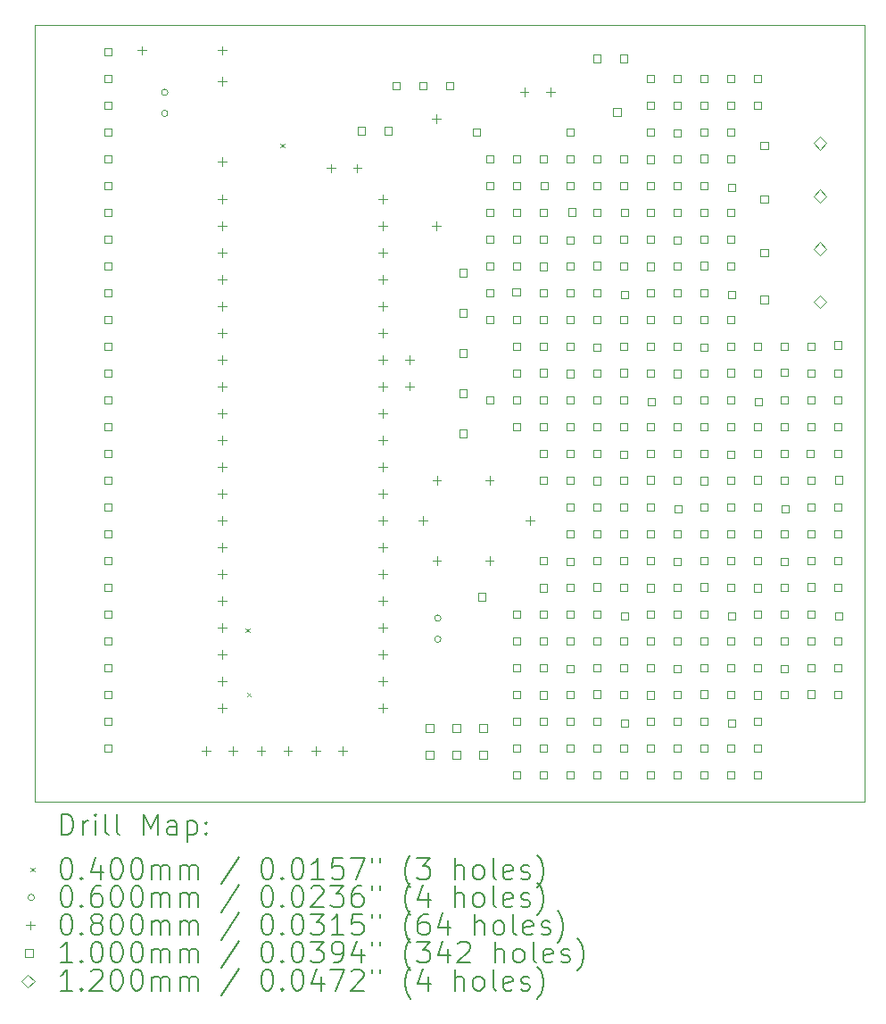
<source format=gbr>
%FSLAX45Y45*%
G04 Gerber Fmt 4.5, Leading zero omitted, Abs format (unit mm)*
G04 Created by KiCad (PCBNEW (6.0.0)) date 2022-03-13 21:04:09*
%MOMM*%
%LPD*%
G01*
G04 APERTURE LIST*
%TA.AperFunction,Profile*%
%ADD10C,0.100000*%
%TD*%
%ADD11C,0.200000*%
%ADD12C,0.040000*%
%ADD13C,0.060000*%
%ADD14C,0.080000*%
%ADD15C,0.100000*%
%ADD16C,0.120000*%
G04 APERTURE END LIST*
D10*
X5588000Y-11430000D02*
X5588000Y-4064000D01*
X13462000Y-4064000D02*
X13462000Y-11430000D01*
X13462000Y-11430000D02*
X5588000Y-11430000D01*
X5588000Y-4064000D02*
X13462000Y-4064000D01*
D11*
D12*
X7587300Y-9784400D02*
X7627300Y-9824400D01*
X7627300Y-9784400D02*
X7587300Y-9824400D01*
X7600000Y-10394000D02*
X7640000Y-10434000D01*
X7640000Y-10394000D02*
X7600000Y-10434000D01*
X7917500Y-5187000D02*
X7957500Y-5227000D01*
X7957500Y-5187000D02*
X7917500Y-5227000D01*
D13*
X6849900Y-4703340D02*
G75*
G03*
X6849900Y-4703340I-30000J0D01*
G01*
X6849900Y-4903340D02*
G75*
G03*
X6849900Y-4903340I-30000J0D01*
G01*
X9440700Y-9688960D02*
G75*
G03*
X9440700Y-9688960I-30000J0D01*
G01*
X9440700Y-9888960D02*
G75*
G03*
X9440700Y-9888960I-30000J0D01*
G01*
D14*
X6604000Y-4265300D02*
X6604000Y-4345300D01*
X6564000Y-4305300D02*
X6644000Y-4305300D01*
X7213600Y-10907400D02*
X7213600Y-10987400D01*
X7173600Y-10947400D02*
X7253600Y-10947400D01*
X7365500Y-5675500D02*
X7365500Y-5755500D01*
X7325500Y-5715500D02*
X7405500Y-5715500D01*
X7365500Y-5929500D02*
X7365500Y-6009500D01*
X7325500Y-5969500D02*
X7405500Y-5969500D01*
X7365500Y-6183500D02*
X7365500Y-6263500D01*
X7325500Y-6223500D02*
X7405500Y-6223500D01*
X7365500Y-6437500D02*
X7365500Y-6517500D01*
X7325500Y-6477500D02*
X7405500Y-6477500D01*
X7365500Y-6691500D02*
X7365500Y-6771500D01*
X7325500Y-6731500D02*
X7405500Y-6731500D01*
X7365500Y-6945500D02*
X7365500Y-7025500D01*
X7325500Y-6985500D02*
X7405500Y-6985500D01*
X7365500Y-7199500D02*
X7365500Y-7279500D01*
X7325500Y-7239500D02*
X7405500Y-7239500D01*
X7365500Y-7453500D02*
X7365500Y-7533500D01*
X7325500Y-7493500D02*
X7405500Y-7493500D01*
X7365500Y-7707500D02*
X7365500Y-7787500D01*
X7325500Y-7747500D02*
X7405500Y-7747500D01*
X7365500Y-7961500D02*
X7365500Y-8041500D01*
X7325500Y-8001500D02*
X7405500Y-8001500D01*
X7365500Y-8215500D02*
X7365500Y-8295500D01*
X7325500Y-8255500D02*
X7405500Y-8255500D01*
X7365500Y-8469500D02*
X7365500Y-8549500D01*
X7325500Y-8509500D02*
X7405500Y-8509500D01*
X7365500Y-8723500D02*
X7365500Y-8803500D01*
X7325500Y-8763500D02*
X7405500Y-8763500D01*
X7365500Y-8977500D02*
X7365500Y-9057500D01*
X7325500Y-9017500D02*
X7405500Y-9017500D01*
X7365500Y-9231500D02*
X7365500Y-9311500D01*
X7325500Y-9271500D02*
X7405500Y-9271500D01*
X7365500Y-9485500D02*
X7365500Y-9565500D01*
X7325500Y-9525500D02*
X7405500Y-9525500D01*
X7365500Y-9739500D02*
X7365500Y-9819500D01*
X7325500Y-9779500D02*
X7405500Y-9779500D01*
X7365500Y-9993500D02*
X7365500Y-10073500D01*
X7325500Y-10033500D02*
X7405500Y-10033500D01*
X7365500Y-10247500D02*
X7365500Y-10327500D01*
X7325500Y-10287500D02*
X7405500Y-10287500D01*
X7365500Y-10501500D02*
X7365500Y-10581500D01*
X7325500Y-10541500D02*
X7405500Y-10541500D01*
X7366000Y-4265300D02*
X7366000Y-4345300D01*
X7326000Y-4305300D02*
X7406000Y-4305300D01*
X7366000Y-4557400D02*
X7366000Y-4637400D01*
X7326000Y-4597400D02*
X7406000Y-4597400D01*
X7366000Y-5319400D02*
X7366000Y-5399400D01*
X7326000Y-5359400D02*
X7406000Y-5359400D01*
X7467600Y-10907400D02*
X7467600Y-10987400D01*
X7427600Y-10947400D02*
X7507600Y-10947400D01*
X7734300Y-10907400D02*
X7734300Y-10987400D01*
X7694300Y-10947400D02*
X7774300Y-10947400D01*
X7988300Y-10907400D02*
X7988300Y-10987400D01*
X7948300Y-10947400D02*
X8028300Y-10947400D01*
X8255000Y-10907400D02*
X8255000Y-10987400D01*
X8215000Y-10947400D02*
X8295000Y-10947400D01*
X8396700Y-5382900D02*
X8396700Y-5462900D01*
X8356700Y-5422900D02*
X8436700Y-5422900D01*
X8509000Y-10907400D02*
X8509000Y-10987400D01*
X8469000Y-10947400D02*
X8549000Y-10947400D01*
X8646700Y-5382900D02*
X8646700Y-5462900D01*
X8606700Y-5422900D02*
X8686700Y-5422900D01*
X8889500Y-5675500D02*
X8889500Y-5755500D01*
X8849500Y-5715500D02*
X8929500Y-5715500D01*
X8889500Y-5929500D02*
X8889500Y-6009500D01*
X8849500Y-5969500D02*
X8929500Y-5969500D01*
X8889500Y-6183500D02*
X8889500Y-6263500D01*
X8849500Y-6223500D02*
X8929500Y-6223500D01*
X8889500Y-6437500D02*
X8889500Y-6517500D01*
X8849500Y-6477500D02*
X8929500Y-6477500D01*
X8889500Y-6691500D02*
X8889500Y-6771500D01*
X8849500Y-6731500D02*
X8929500Y-6731500D01*
X8889500Y-6945500D02*
X8889500Y-7025500D01*
X8849500Y-6985500D02*
X8929500Y-6985500D01*
X8889500Y-7199500D02*
X8889500Y-7279500D01*
X8849500Y-7239500D02*
X8929500Y-7239500D01*
X8889500Y-7453500D02*
X8889500Y-7533500D01*
X8849500Y-7493500D02*
X8929500Y-7493500D01*
X8889500Y-7707500D02*
X8889500Y-7787500D01*
X8849500Y-7747500D02*
X8929500Y-7747500D01*
X8889500Y-7961500D02*
X8889500Y-8041500D01*
X8849500Y-8001500D02*
X8929500Y-8001500D01*
X8889500Y-8215500D02*
X8889500Y-8295500D01*
X8849500Y-8255500D02*
X8929500Y-8255500D01*
X8889500Y-8469500D02*
X8889500Y-8549500D01*
X8849500Y-8509500D02*
X8929500Y-8509500D01*
X8889500Y-8723500D02*
X8889500Y-8803500D01*
X8849500Y-8763500D02*
X8929500Y-8763500D01*
X8889500Y-8977500D02*
X8889500Y-9057500D01*
X8849500Y-9017500D02*
X8929500Y-9017500D01*
X8889500Y-9231500D02*
X8889500Y-9311500D01*
X8849500Y-9271500D02*
X8929500Y-9271500D01*
X8889500Y-9485500D02*
X8889500Y-9565500D01*
X8849500Y-9525500D02*
X8929500Y-9525500D01*
X8889500Y-9739500D02*
X8889500Y-9819500D01*
X8849500Y-9779500D02*
X8929500Y-9779500D01*
X8889500Y-9993500D02*
X8889500Y-10073500D01*
X8849500Y-10033500D02*
X8929500Y-10033500D01*
X8889500Y-10247500D02*
X8889500Y-10327500D01*
X8849500Y-10287500D02*
X8929500Y-10287500D01*
X8889500Y-10501500D02*
X8889500Y-10581500D01*
X8849500Y-10541500D02*
X8929500Y-10541500D01*
X9144000Y-7201000D02*
X9144000Y-7281000D01*
X9104000Y-7241000D02*
X9184000Y-7241000D01*
X9144000Y-7451000D02*
X9144000Y-7531000D01*
X9104000Y-7491000D02*
X9184000Y-7491000D01*
X9271000Y-8723000D02*
X9271000Y-8803000D01*
X9231000Y-8763000D02*
X9311000Y-8763000D01*
X9398000Y-4913000D02*
X9398000Y-4993000D01*
X9358000Y-4953000D02*
X9438000Y-4953000D01*
X9398000Y-5929000D02*
X9398000Y-6009000D01*
X9358000Y-5969000D02*
X9438000Y-5969000D01*
X9402000Y-8342000D02*
X9402000Y-8422000D01*
X9362000Y-8382000D02*
X9442000Y-8382000D01*
X9402000Y-9104000D02*
X9402000Y-9184000D01*
X9362000Y-9144000D02*
X9442000Y-9144000D01*
X9902000Y-8342000D02*
X9902000Y-8422000D01*
X9862000Y-8382000D02*
X9942000Y-8382000D01*
X9902000Y-9104000D02*
X9902000Y-9184000D01*
X9862000Y-9144000D02*
X9942000Y-9144000D01*
X10232262Y-4659000D02*
X10232262Y-4739000D01*
X10192262Y-4699000D02*
X10272262Y-4699000D01*
X10287000Y-8723000D02*
X10287000Y-8803000D01*
X10247000Y-8763000D02*
X10327000Y-8763000D01*
X10482262Y-4659000D02*
X10482262Y-4739000D01*
X10442262Y-4699000D02*
X10522262Y-4699000D01*
D15*
X6314856Y-4352856D02*
X6314856Y-4282144D01*
X6244144Y-4282144D01*
X6244144Y-4352856D01*
X6314856Y-4352856D01*
X6314856Y-4606856D02*
X6314856Y-4536144D01*
X6244144Y-4536144D01*
X6244144Y-4606856D01*
X6314856Y-4606856D01*
X6314856Y-4860856D02*
X6314856Y-4790144D01*
X6244144Y-4790144D01*
X6244144Y-4860856D01*
X6314856Y-4860856D01*
X6314856Y-5114856D02*
X6314856Y-5044144D01*
X6244144Y-5044144D01*
X6244144Y-5114856D01*
X6314856Y-5114856D01*
X6314856Y-5368856D02*
X6314856Y-5298144D01*
X6244144Y-5298144D01*
X6244144Y-5368856D01*
X6314856Y-5368856D01*
X6314856Y-5622856D02*
X6314856Y-5552144D01*
X6244144Y-5552144D01*
X6244144Y-5622856D01*
X6314856Y-5622856D01*
X6314856Y-5876856D02*
X6314856Y-5806144D01*
X6244144Y-5806144D01*
X6244144Y-5876856D01*
X6314856Y-5876856D01*
X6314856Y-6130856D02*
X6314856Y-6060144D01*
X6244144Y-6060144D01*
X6244144Y-6130856D01*
X6314856Y-6130856D01*
X6314856Y-6384856D02*
X6314856Y-6314144D01*
X6244144Y-6314144D01*
X6244144Y-6384856D01*
X6314856Y-6384856D01*
X6314856Y-6638856D02*
X6314856Y-6568144D01*
X6244144Y-6568144D01*
X6244144Y-6638856D01*
X6314856Y-6638856D01*
X6314856Y-6892856D02*
X6314856Y-6822144D01*
X6244144Y-6822144D01*
X6244144Y-6892856D01*
X6314856Y-6892856D01*
X6314856Y-7146856D02*
X6314856Y-7076144D01*
X6244144Y-7076144D01*
X6244144Y-7146856D01*
X6314856Y-7146856D01*
X6314856Y-7400856D02*
X6314856Y-7330144D01*
X6244144Y-7330144D01*
X6244144Y-7400856D01*
X6314856Y-7400856D01*
X6314856Y-7654856D02*
X6314856Y-7584144D01*
X6244144Y-7584144D01*
X6244144Y-7654856D01*
X6314856Y-7654856D01*
X6314856Y-7908856D02*
X6314856Y-7838144D01*
X6244144Y-7838144D01*
X6244144Y-7908856D01*
X6314856Y-7908856D01*
X6314856Y-8162856D02*
X6314856Y-8092144D01*
X6244144Y-8092144D01*
X6244144Y-8162856D01*
X6314856Y-8162856D01*
X6314856Y-8416856D02*
X6314856Y-8346144D01*
X6244144Y-8346144D01*
X6244144Y-8416856D01*
X6314856Y-8416856D01*
X6314856Y-8670856D02*
X6314856Y-8600144D01*
X6244144Y-8600144D01*
X6244144Y-8670856D01*
X6314856Y-8670856D01*
X6314856Y-8924856D02*
X6314856Y-8854144D01*
X6244144Y-8854144D01*
X6244144Y-8924856D01*
X6314856Y-8924856D01*
X6314856Y-9178856D02*
X6314856Y-9108144D01*
X6244144Y-9108144D01*
X6244144Y-9178856D01*
X6314856Y-9178856D01*
X6314856Y-9432856D02*
X6314856Y-9362144D01*
X6244144Y-9362144D01*
X6244144Y-9432856D01*
X6314856Y-9432856D01*
X6314856Y-9686856D02*
X6314856Y-9616144D01*
X6244144Y-9616144D01*
X6244144Y-9686856D01*
X6314856Y-9686856D01*
X6314856Y-9940856D02*
X6314856Y-9870144D01*
X6244144Y-9870144D01*
X6244144Y-9940856D01*
X6314856Y-9940856D01*
X6314856Y-10194856D02*
X6314856Y-10124144D01*
X6244144Y-10124144D01*
X6244144Y-10194856D01*
X6314856Y-10194856D01*
X6314856Y-10448856D02*
X6314856Y-10378144D01*
X6244144Y-10378144D01*
X6244144Y-10448856D01*
X6314856Y-10448856D01*
X6314856Y-10702856D02*
X6314856Y-10632144D01*
X6244144Y-10632144D01*
X6244144Y-10702856D01*
X6314856Y-10702856D01*
X6314856Y-10956856D02*
X6314856Y-10886144D01*
X6244144Y-10886144D01*
X6244144Y-10956856D01*
X6314856Y-10956856D01*
X8722656Y-5102656D02*
X8722656Y-5031944D01*
X8651944Y-5031944D01*
X8651944Y-5102656D01*
X8722656Y-5102656D01*
X8976656Y-5102656D02*
X8976656Y-5031944D01*
X8905944Y-5031944D01*
X8905944Y-5102656D01*
X8976656Y-5102656D01*
X9050856Y-4673356D02*
X9050856Y-4602644D01*
X8980144Y-4602644D01*
X8980144Y-4673356D01*
X9050856Y-4673356D01*
X9304856Y-4673356D02*
X9304856Y-4602644D01*
X9234144Y-4602644D01*
X9234144Y-4673356D01*
X9304856Y-4673356D01*
X9368356Y-10766356D02*
X9368356Y-10695644D01*
X9297644Y-10695644D01*
X9297644Y-10766356D01*
X9368356Y-10766356D01*
X9368356Y-11020356D02*
X9368356Y-10949644D01*
X9297644Y-10949644D01*
X9297644Y-11020356D01*
X9368356Y-11020356D01*
X9558856Y-4673356D02*
X9558856Y-4602644D01*
X9488144Y-4602644D01*
X9488144Y-4673356D01*
X9558856Y-4673356D01*
X9622356Y-10766356D02*
X9622356Y-10695644D01*
X9551644Y-10695644D01*
X9551644Y-10766356D01*
X9622356Y-10766356D01*
X9622356Y-11020356D02*
X9622356Y-10949644D01*
X9551644Y-10949644D01*
X9551644Y-11020356D01*
X9622356Y-11020356D01*
X9687356Y-6448856D02*
X9687356Y-6378144D01*
X9616644Y-6378144D01*
X9616644Y-6448856D01*
X9687356Y-6448856D01*
X9687356Y-6829856D02*
X9687356Y-6759144D01*
X9616644Y-6759144D01*
X9616644Y-6829856D01*
X9687356Y-6829856D01*
X9687356Y-7210856D02*
X9687356Y-7140144D01*
X9616644Y-7140144D01*
X9616644Y-7210856D01*
X9687356Y-7210856D01*
X9687356Y-7591856D02*
X9687356Y-7521144D01*
X9616644Y-7521144D01*
X9616644Y-7591856D01*
X9687356Y-7591856D01*
X9687356Y-7972856D02*
X9687356Y-7902144D01*
X9616644Y-7902144D01*
X9616644Y-7972856D01*
X9687356Y-7972856D01*
X9814356Y-5115356D02*
X9814356Y-5044644D01*
X9743644Y-5044644D01*
X9743644Y-5115356D01*
X9814356Y-5115356D01*
X9865156Y-9522256D02*
X9865156Y-9451544D01*
X9794444Y-9451544D01*
X9794444Y-9522256D01*
X9865156Y-9522256D01*
X9876356Y-10766356D02*
X9876356Y-10695644D01*
X9805644Y-10695644D01*
X9805644Y-10766356D01*
X9876356Y-10766356D01*
X9876356Y-11020356D02*
X9876356Y-10949644D01*
X9805644Y-10949644D01*
X9805644Y-11020356D01*
X9876356Y-11020356D01*
X9941356Y-5369356D02*
X9941356Y-5298644D01*
X9870644Y-5298644D01*
X9870644Y-5369356D01*
X9941356Y-5369356D01*
X9941356Y-5623356D02*
X9941356Y-5552644D01*
X9870644Y-5552644D01*
X9870644Y-5623356D01*
X9941356Y-5623356D01*
X9941356Y-5877356D02*
X9941356Y-5806644D01*
X9870644Y-5806644D01*
X9870644Y-5877356D01*
X9941356Y-5877356D01*
X9941356Y-6131356D02*
X9941356Y-6060644D01*
X9870644Y-6060644D01*
X9870644Y-6131356D01*
X9941356Y-6131356D01*
X9941356Y-6385356D02*
X9941356Y-6314644D01*
X9870644Y-6314644D01*
X9870644Y-6385356D01*
X9941356Y-6385356D01*
X9941356Y-6639356D02*
X9941356Y-6568644D01*
X9870644Y-6568644D01*
X9870644Y-6639356D01*
X9941356Y-6639356D01*
X9941356Y-6893356D02*
X9941356Y-6822644D01*
X9870644Y-6822644D01*
X9870644Y-6893356D01*
X9941356Y-6893356D01*
X9941356Y-7655356D02*
X9941356Y-7584644D01*
X9870644Y-7584644D01*
X9870644Y-7655356D01*
X9941356Y-7655356D01*
X10190069Y-6629598D02*
X10190069Y-6558887D01*
X10119357Y-6558887D01*
X10119357Y-6629598D01*
X10190069Y-6629598D01*
X10194539Y-6131142D02*
X10194539Y-6060430D01*
X10123828Y-6060430D01*
X10123828Y-6131142D01*
X10194539Y-6131142D01*
X10195356Y-5369356D02*
X10195356Y-5298644D01*
X10124644Y-5298644D01*
X10124644Y-5369356D01*
X10195356Y-5369356D01*
X10195356Y-5623356D02*
X10195356Y-5552644D01*
X10124644Y-5552644D01*
X10124644Y-5623356D01*
X10195356Y-5623356D01*
X10195356Y-5877356D02*
X10195356Y-5806644D01*
X10124644Y-5806644D01*
X10124644Y-5877356D01*
X10195356Y-5877356D01*
X10195356Y-6385356D02*
X10195356Y-6314644D01*
X10124644Y-6314644D01*
X10124644Y-6385356D01*
X10195356Y-6385356D01*
X10195356Y-6893356D02*
X10195356Y-6822644D01*
X10124644Y-6822644D01*
X10124644Y-6893356D01*
X10195356Y-6893356D01*
X10195356Y-7147356D02*
X10195356Y-7076644D01*
X10124644Y-7076644D01*
X10124644Y-7147356D01*
X10195356Y-7147356D01*
X10195356Y-7401356D02*
X10195356Y-7330644D01*
X10124644Y-7330644D01*
X10124644Y-7401356D01*
X10195356Y-7401356D01*
X10195356Y-7655356D02*
X10195356Y-7584644D01*
X10124644Y-7584644D01*
X10124644Y-7655356D01*
X10195356Y-7655356D01*
X10195356Y-7909356D02*
X10195356Y-7838644D01*
X10124644Y-7838644D01*
X10124644Y-7909356D01*
X10195356Y-7909356D01*
X10195356Y-9687356D02*
X10195356Y-9616644D01*
X10124644Y-9616644D01*
X10124644Y-9687356D01*
X10195356Y-9687356D01*
X10195356Y-9941356D02*
X10195356Y-9870644D01*
X10124644Y-9870644D01*
X10124644Y-9941356D01*
X10195356Y-9941356D01*
X10195356Y-10195356D02*
X10195356Y-10124644D01*
X10124644Y-10124644D01*
X10124644Y-10195356D01*
X10195356Y-10195356D01*
X10195356Y-10449356D02*
X10195356Y-10378644D01*
X10124644Y-10378644D01*
X10124644Y-10449356D01*
X10195356Y-10449356D01*
X10195356Y-10703356D02*
X10195356Y-10632644D01*
X10124644Y-10632644D01*
X10124644Y-10703356D01*
X10195356Y-10703356D01*
X10195356Y-10957356D02*
X10195356Y-10886644D01*
X10124644Y-10886644D01*
X10124644Y-10957356D01*
X10195356Y-10957356D01*
X10195356Y-11211356D02*
X10195356Y-11140644D01*
X10124644Y-11140644D01*
X10124644Y-11211356D01*
X10195356Y-11211356D01*
X10446003Y-6389525D02*
X10446003Y-6318813D01*
X10375291Y-6318813D01*
X10375291Y-6389525D01*
X10446003Y-6389525D01*
X10446003Y-9437525D02*
X10446003Y-9366814D01*
X10375291Y-9366814D01*
X10375291Y-9437525D01*
X10446003Y-9437525D01*
X10446003Y-10453525D02*
X10446003Y-10382814D01*
X10375291Y-10382814D01*
X10375291Y-10453525D01*
X10446003Y-10453525D01*
X10447866Y-8417356D02*
X10447866Y-8346644D01*
X10377154Y-8346644D01*
X10377154Y-8417356D01*
X10447866Y-8417356D01*
X10448362Y-7398056D02*
X10448362Y-7327344D01*
X10377651Y-7327344D01*
X10377651Y-7398056D01*
X10448362Y-7398056D01*
X10448362Y-7656349D02*
X10448362Y-7585638D01*
X10377651Y-7585638D01*
X10377651Y-7656349D01*
X10448362Y-7656349D01*
X10448682Y-8164172D02*
X10448682Y-8093461D01*
X10377971Y-8093461D01*
X10377971Y-8164172D01*
X10448682Y-8164172D01*
X10449356Y-6131356D02*
X10449356Y-6060644D01*
X10378644Y-6060644D01*
X10378644Y-6131356D01*
X10449356Y-6131356D01*
X10449356Y-6892452D02*
X10449356Y-6821741D01*
X10378644Y-6821741D01*
X10378644Y-6892452D01*
X10449356Y-6892452D01*
X10449356Y-7145937D02*
X10449356Y-7075225D01*
X10378644Y-7075225D01*
X10378644Y-7145937D01*
X10449356Y-7145937D01*
X10449356Y-9179356D02*
X10449356Y-9108644D01*
X10378644Y-9108644D01*
X10378644Y-9179356D01*
X10449356Y-9179356D01*
X10449356Y-9940452D02*
X10449356Y-9869741D01*
X10378644Y-9869741D01*
X10378644Y-9940452D01*
X10449356Y-9940452D01*
X10449356Y-10195356D02*
X10449356Y-10124644D01*
X10378644Y-10124644D01*
X10378644Y-10195356D01*
X10449356Y-10195356D01*
X10449356Y-10956452D02*
X10449356Y-10885741D01*
X10378644Y-10885741D01*
X10378644Y-10956452D01*
X10449356Y-10956452D01*
X10449356Y-11211356D02*
X10449356Y-11140644D01*
X10378644Y-11140644D01*
X10378644Y-11211356D01*
X10449356Y-11211356D01*
X10449356Y-5369356D02*
X10449356Y-5298644D01*
X10378644Y-5298644D01*
X10378644Y-5369356D01*
X10449356Y-5369356D01*
X10449356Y-5877356D02*
X10449356Y-5806644D01*
X10378644Y-5806644D01*
X10378644Y-5877356D01*
X10449356Y-5877356D01*
X10449356Y-6639356D02*
X10449356Y-6568644D01*
X10378644Y-6568644D01*
X10378644Y-6639356D01*
X10449356Y-6639356D01*
X10449356Y-7909356D02*
X10449356Y-7838644D01*
X10378644Y-7838644D01*
X10378644Y-7909356D01*
X10449356Y-7909356D01*
X10449356Y-9687356D02*
X10449356Y-9616644D01*
X10378644Y-9616644D01*
X10378644Y-9687356D01*
X10449356Y-9687356D01*
X10449356Y-10703356D02*
X10449356Y-10632644D01*
X10378644Y-10632644D01*
X10378644Y-10703356D01*
X10449356Y-10703356D01*
X10455245Y-5622539D02*
X10455245Y-5551828D01*
X10384534Y-5551828D01*
X10384534Y-5622539D01*
X10455245Y-5622539D01*
X10700003Y-7405525D02*
X10700003Y-7334813D01*
X10629291Y-7334813D01*
X10629291Y-7405525D01*
X10700003Y-7405525D01*
X10702682Y-8417356D02*
X10702682Y-8346644D01*
X10631971Y-8346644D01*
X10631971Y-8417356D01*
X10702682Y-8417356D01*
X10703356Y-7147356D02*
X10703356Y-7076644D01*
X10632644Y-7076644D01*
X10632644Y-7147356D01*
X10703356Y-7147356D01*
X10703356Y-7908452D02*
X10703356Y-7837741D01*
X10632644Y-7837741D01*
X10632644Y-7908452D01*
X10703356Y-7908452D01*
X10703356Y-5115356D02*
X10703356Y-5044644D01*
X10632644Y-5044644D01*
X10632644Y-5115356D01*
X10703356Y-5115356D01*
X10703356Y-5369356D02*
X10703356Y-5298644D01*
X10632644Y-5298644D01*
X10632644Y-5369356D01*
X10703356Y-5369356D01*
X10703356Y-5623356D02*
X10703356Y-5552644D01*
X10632644Y-5552644D01*
X10632644Y-5623356D01*
X10703356Y-5623356D01*
X10703356Y-6385356D02*
X10703356Y-6314644D01*
X10632644Y-6314644D01*
X10632644Y-6385356D01*
X10703356Y-6385356D01*
X10703356Y-6639356D02*
X10703356Y-6568644D01*
X10632644Y-6568644D01*
X10632644Y-6639356D01*
X10703356Y-6639356D01*
X10703356Y-6893356D02*
X10703356Y-6822644D01*
X10632644Y-6822644D01*
X10632644Y-6893356D01*
X10703356Y-6893356D01*
X10703356Y-7655356D02*
X10703356Y-7584644D01*
X10632644Y-7584644D01*
X10632644Y-7655356D01*
X10703356Y-7655356D01*
X10703356Y-8163356D02*
X10703356Y-8092644D01*
X10632644Y-8092644D01*
X10632644Y-8163356D01*
X10703356Y-8163356D01*
X10703356Y-8671356D02*
X10703356Y-8600644D01*
X10632644Y-8600644D01*
X10632644Y-8671356D01*
X10703356Y-8671356D01*
X10703356Y-9433356D02*
X10703356Y-9362644D01*
X10632644Y-9362644D01*
X10632644Y-9433356D01*
X10703356Y-9433356D01*
X10703356Y-9687356D02*
X10703356Y-9616644D01*
X10632644Y-9616644D01*
X10632644Y-9687356D01*
X10703356Y-9687356D01*
X10703356Y-9941356D02*
X10703356Y-9870644D01*
X10632644Y-9870644D01*
X10632644Y-9941356D01*
X10703356Y-9941356D01*
X10703356Y-10449356D02*
X10703356Y-10378644D01*
X10632644Y-10378644D01*
X10632644Y-10449356D01*
X10703356Y-10449356D01*
X10703356Y-10703356D02*
X10703356Y-10632644D01*
X10632644Y-10632644D01*
X10632644Y-10703356D01*
X10703356Y-10703356D01*
X10703356Y-10957356D02*
X10703356Y-10886644D01*
X10632644Y-10886644D01*
X10632644Y-10957356D01*
X10703356Y-10957356D01*
X10703356Y-11212259D02*
X10703356Y-11141548D01*
X10632644Y-11141548D01*
X10632644Y-11212259D01*
X10703356Y-11212259D01*
X10704172Y-6138061D02*
X10704172Y-6067350D01*
X10633461Y-6067350D01*
X10633461Y-6138061D01*
X10704172Y-6138061D01*
X10704172Y-8925356D02*
X10704172Y-8854644D01*
X10633461Y-8854644D01*
X10633461Y-8925356D01*
X10704172Y-8925356D01*
X10704172Y-9186061D02*
X10704172Y-9115350D01*
X10633461Y-9115350D01*
X10633461Y-9186061D01*
X10704172Y-9186061D01*
X10704172Y-10202061D02*
X10704172Y-10131350D01*
X10633461Y-10131350D01*
X10633461Y-10202061D01*
X10704172Y-10202061D01*
X10716767Y-5874003D02*
X10716767Y-5803291D01*
X10646056Y-5803291D01*
X10646056Y-5874003D01*
X10716767Y-5874003D01*
X10954003Y-8421525D02*
X10954003Y-8350813D01*
X10883291Y-8350813D01*
X10883291Y-8421525D01*
X10954003Y-8421525D01*
X10955636Y-6131356D02*
X10955636Y-6060644D01*
X10884924Y-6060644D01*
X10884924Y-6131356D01*
X10955636Y-6131356D01*
X10955636Y-6382819D02*
X10955636Y-6312108D01*
X10884924Y-6312108D01*
X10884924Y-6382819D01*
X10955636Y-6382819D01*
X10955636Y-9179356D02*
X10955636Y-9108644D01*
X10884924Y-9108644D01*
X10884924Y-9179356D01*
X10955636Y-9179356D01*
X10955636Y-9430819D02*
X10955636Y-9360108D01*
X10884924Y-9360108D01*
X10884924Y-9430819D01*
X10955636Y-9430819D01*
X10955636Y-10195356D02*
X10955636Y-10124644D01*
X10884924Y-10124644D01*
X10884924Y-10195356D01*
X10955636Y-10195356D01*
X10955636Y-10446819D02*
X10955636Y-10376108D01*
X10884924Y-10376108D01*
X10884924Y-10446819D01*
X10955636Y-10446819D01*
X10957356Y-8163356D02*
X10957356Y-8092644D01*
X10886644Y-8092644D01*
X10886644Y-8163356D01*
X10957356Y-8163356D01*
X10957356Y-8924452D02*
X10957356Y-8853741D01*
X10886644Y-8853741D01*
X10886644Y-8924452D01*
X10957356Y-8924452D01*
X10957356Y-4416856D02*
X10957356Y-4346144D01*
X10886644Y-4346144D01*
X10886644Y-4416856D01*
X10957356Y-4416856D01*
X10957356Y-5369356D02*
X10957356Y-5298644D01*
X10886644Y-5298644D01*
X10886644Y-5369356D01*
X10957356Y-5369356D01*
X10957356Y-5623356D02*
X10957356Y-5552644D01*
X10886644Y-5552644D01*
X10886644Y-5623356D01*
X10957356Y-5623356D01*
X10957356Y-5877356D02*
X10957356Y-5806644D01*
X10886644Y-5806644D01*
X10886644Y-5877356D01*
X10957356Y-5877356D01*
X10957356Y-6639356D02*
X10957356Y-6568644D01*
X10886644Y-6568644D01*
X10886644Y-6639356D01*
X10957356Y-6639356D01*
X10957356Y-6893356D02*
X10957356Y-6822644D01*
X10886644Y-6822644D01*
X10886644Y-6893356D01*
X10957356Y-6893356D01*
X10957356Y-7401356D02*
X10957356Y-7330644D01*
X10886644Y-7330644D01*
X10886644Y-7401356D01*
X10957356Y-7401356D01*
X10957356Y-7655356D02*
X10957356Y-7584644D01*
X10886644Y-7584644D01*
X10886644Y-7655356D01*
X10957356Y-7655356D01*
X10957356Y-7909356D02*
X10957356Y-7838644D01*
X10886644Y-7838644D01*
X10886644Y-7909356D01*
X10957356Y-7909356D01*
X10957356Y-8671356D02*
X10957356Y-8600644D01*
X10886644Y-8600644D01*
X10886644Y-8671356D01*
X10957356Y-8671356D01*
X10957356Y-9687356D02*
X10957356Y-9616644D01*
X10886644Y-9616644D01*
X10886644Y-9687356D01*
X10957356Y-9687356D01*
X10957356Y-9941356D02*
X10957356Y-9870644D01*
X10886644Y-9870644D01*
X10886644Y-9941356D01*
X10957356Y-9941356D01*
X10957356Y-10703356D02*
X10957356Y-10632644D01*
X10886644Y-10632644D01*
X10886644Y-10703356D01*
X10957356Y-10703356D01*
X10957356Y-10957356D02*
X10957356Y-10886644D01*
X10886644Y-10886644D01*
X10886644Y-10957356D01*
X10957356Y-10957356D01*
X10957356Y-11212259D02*
X10957356Y-11141548D01*
X10886644Y-11141548D01*
X10886644Y-11212259D01*
X10957356Y-11212259D01*
X10958172Y-7154061D02*
X10958172Y-7083350D01*
X10887461Y-7083350D01*
X10887461Y-7154061D01*
X10958172Y-7154061D01*
X11147856Y-4924856D02*
X11147856Y-4854144D01*
X11077144Y-4854144D01*
X11077144Y-4924856D01*
X11147856Y-4924856D01*
X11209636Y-7147356D02*
X11209636Y-7076644D01*
X11138924Y-7076644D01*
X11138924Y-7147356D01*
X11209636Y-7147356D01*
X11209636Y-7398819D02*
X11209636Y-7328108D01*
X11138924Y-7328108D01*
X11138924Y-7398819D01*
X11209636Y-7398819D01*
X11211356Y-4416856D02*
X11211356Y-4346144D01*
X11140644Y-4346144D01*
X11140644Y-4416856D01*
X11211356Y-4416856D01*
X11211356Y-5369356D02*
X11211356Y-5298644D01*
X11140644Y-5298644D01*
X11140644Y-5369356D01*
X11211356Y-5369356D01*
X11211356Y-5623356D02*
X11211356Y-5552644D01*
X11140644Y-5552644D01*
X11140644Y-5623356D01*
X11211356Y-5623356D01*
X11211356Y-6131356D02*
X11211356Y-6060644D01*
X11140644Y-6060644D01*
X11140644Y-6131356D01*
X11211356Y-6131356D01*
X11211356Y-6385356D02*
X11211356Y-6314644D01*
X11140644Y-6314644D01*
X11140644Y-6385356D01*
X11211356Y-6385356D01*
X11211356Y-6893356D02*
X11211356Y-6822644D01*
X11140644Y-6822644D01*
X11140644Y-6893356D01*
X11211356Y-6893356D01*
X11211356Y-7655356D02*
X11211356Y-7584644D01*
X11140644Y-7584644D01*
X11140644Y-7655356D01*
X11211356Y-7655356D01*
X11211356Y-7909356D02*
X11211356Y-7838644D01*
X11140644Y-7838644D01*
X11140644Y-7909356D01*
X11211356Y-7909356D01*
X11211356Y-8417356D02*
X11211356Y-8346644D01*
X11140644Y-8346644D01*
X11140644Y-8417356D01*
X11211356Y-8417356D01*
X11211356Y-8671356D02*
X11211356Y-8600644D01*
X11140644Y-8600644D01*
X11140644Y-8671356D01*
X11211356Y-8671356D01*
X11211356Y-8925356D02*
X11211356Y-8854644D01*
X11140644Y-8854644D01*
X11140644Y-8925356D01*
X11211356Y-8925356D01*
X11211356Y-9179356D02*
X11211356Y-9108644D01*
X11140644Y-9108644D01*
X11140644Y-9179356D01*
X11211356Y-9179356D01*
X11211356Y-9433356D02*
X11211356Y-9362644D01*
X11140644Y-9362644D01*
X11140644Y-9433356D01*
X11211356Y-9433356D01*
X11211356Y-9941356D02*
X11211356Y-9870644D01*
X11140644Y-9870644D01*
X11140644Y-9941356D01*
X11211356Y-9941356D01*
X11211356Y-10195356D02*
X11211356Y-10124644D01*
X11140644Y-10124644D01*
X11140644Y-10195356D01*
X11211356Y-10195356D01*
X11211356Y-10449356D02*
X11211356Y-10378644D01*
X11140644Y-10378644D01*
X11140644Y-10449356D01*
X11211356Y-10449356D01*
X11211356Y-10957356D02*
X11211356Y-10886644D01*
X11140644Y-10886644D01*
X11140644Y-10957356D01*
X11211356Y-10957356D01*
X11211356Y-11212259D02*
X11211356Y-11141548D01*
X11140644Y-11141548D01*
X11140644Y-11212259D01*
X11211356Y-11212259D01*
X11212172Y-8170061D02*
X11212172Y-8099350D01*
X11141461Y-8099350D01*
X11141461Y-8170061D01*
X11212172Y-8170061D01*
X11216341Y-5877356D02*
X11216341Y-5806644D01*
X11145630Y-5806644D01*
X11145630Y-5877356D01*
X11216341Y-5877356D01*
X11217158Y-6654400D02*
X11217158Y-6583688D01*
X11146446Y-6583688D01*
X11146446Y-6654400D01*
X11217158Y-6654400D01*
X11217158Y-9702400D02*
X11217158Y-9631689D01*
X11146446Y-9631689D01*
X11146446Y-9702400D01*
X11217158Y-9702400D01*
X11217158Y-10718400D02*
X11217158Y-10647689D01*
X11146446Y-10647689D01*
X11146446Y-10718400D01*
X11217158Y-10718400D01*
X11462003Y-5373525D02*
X11462003Y-5302814D01*
X11391291Y-5302814D01*
X11391291Y-5373525D01*
X11462003Y-5373525D01*
X11462003Y-6389525D02*
X11462003Y-6318813D01*
X11391291Y-6318813D01*
X11391291Y-6389525D01*
X11462003Y-6389525D01*
X11462003Y-9437525D02*
X11462003Y-9366814D01*
X11391291Y-9366814D01*
X11391291Y-9437525D01*
X11462003Y-9437525D01*
X11462003Y-10453525D02*
X11462003Y-10382814D01*
X11391291Y-10382814D01*
X11391291Y-10453525D01*
X11462003Y-10453525D01*
X11463636Y-8163356D02*
X11463636Y-8092644D01*
X11392924Y-8092644D01*
X11392924Y-8163356D01*
X11463636Y-8163356D01*
X11463636Y-8414819D02*
X11463636Y-8344108D01*
X11392924Y-8344108D01*
X11392924Y-8414819D01*
X11463636Y-8414819D01*
X11465356Y-5115356D02*
X11465356Y-5044644D01*
X11394644Y-5044644D01*
X11394644Y-5115356D01*
X11465356Y-5115356D01*
X11465356Y-5876452D02*
X11465356Y-5805741D01*
X11394644Y-5805741D01*
X11394644Y-5876452D01*
X11465356Y-5876452D01*
X11465356Y-6131356D02*
X11465356Y-6060644D01*
X11394644Y-6060644D01*
X11394644Y-6131356D01*
X11465356Y-6131356D01*
X11465356Y-6892452D02*
X11465356Y-6821741D01*
X11394644Y-6821741D01*
X11394644Y-6892452D01*
X11465356Y-6892452D01*
X11465356Y-9179356D02*
X11465356Y-9108644D01*
X11394644Y-9108644D01*
X11394644Y-9179356D01*
X11465356Y-9179356D01*
X11465356Y-9940452D02*
X11465356Y-9869741D01*
X11394644Y-9869741D01*
X11394644Y-9940452D01*
X11465356Y-9940452D01*
X11465356Y-10195356D02*
X11465356Y-10124644D01*
X11394644Y-10124644D01*
X11394644Y-10195356D01*
X11465356Y-10195356D01*
X11465356Y-10956452D02*
X11465356Y-10885741D01*
X11394644Y-10885741D01*
X11394644Y-10956452D01*
X11465356Y-10956452D01*
X11465356Y-11211356D02*
X11465356Y-11140644D01*
X11394644Y-11140644D01*
X11394644Y-11211356D01*
X11465356Y-11211356D01*
X11465356Y-4607356D02*
X11465356Y-4536644D01*
X11394644Y-4536644D01*
X11394644Y-4607356D01*
X11465356Y-4607356D01*
X11465356Y-4861356D02*
X11465356Y-4790644D01*
X11394644Y-4790644D01*
X11394644Y-4861356D01*
X11465356Y-4861356D01*
X11465356Y-5623356D02*
X11465356Y-5552644D01*
X11394644Y-5552644D01*
X11394644Y-5623356D01*
X11465356Y-5623356D01*
X11465356Y-6639356D02*
X11465356Y-6568644D01*
X11394644Y-6568644D01*
X11394644Y-6639356D01*
X11465356Y-6639356D01*
X11465356Y-7147356D02*
X11465356Y-7076644D01*
X11394644Y-7076644D01*
X11394644Y-7147356D01*
X11465356Y-7147356D01*
X11465356Y-7401356D02*
X11465356Y-7330644D01*
X11394644Y-7330644D01*
X11394644Y-7401356D01*
X11465356Y-7401356D01*
X11465356Y-7909356D02*
X11465356Y-7838644D01*
X11394644Y-7838644D01*
X11394644Y-7909356D01*
X11465356Y-7909356D01*
X11465356Y-8671356D02*
X11465356Y-8600644D01*
X11394644Y-8600644D01*
X11394644Y-8671356D01*
X11465356Y-8671356D01*
X11465356Y-8925356D02*
X11465356Y-8854644D01*
X11394644Y-8854644D01*
X11394644Y-8925356D01*
X11465356Y-8925356D01*
X11465356Y-9687356D02*
X11465356Y-9616644D01*
X11394644Y-9616644D01*
X11394644Y-9687356D01*
X11465356Y-9687356D01*
X11465356Y-10703356D02*
X11465356Y-10632644D01*
X11394644Y-10632644D01*
X11394644Y-10703356D01*
X11465356Y-10703356D01*
X11471158Y-7670400D02*
X11471158Y-7599688D01*
X11400446Y-7599688D01*
X11400446Y-7670400D01*
X11471158Y-7670400D01*
X11716003Y-7405525D02*
X11716003Y-7334813D01*
X11645291Y-7334813D01*
X11645291Y-7405525D01*
X11716003Y-7405525D01*
X11719356Y-7147356D02*
X11719356Y-7076644D01*
X11648644Y-7076644D01*
X11648644Y-7147356D01*
X11719356Y-7147356D01*
X11719356Y-7908452D02*
X11719356Y-7837741D01*
X11648644Y-7837741D01*
X11648644Y-7908452D01*
X11719356Y-7908452D01*
X11719356Y-4607356D02*
X11719356Y-4536644D01*
X11648644Y-4536644D01*
X11648644Y-4607356D01*
X11719356Y-4607356D01*
X11719356Y-4861356D02*
X11719356Y-4790644D01*
X11648644Y-4790644D01*
X11648644Y-4861356D01*
X11719356Y-4861356D01*
X11719356Y-5369356D02*
X11719356Y-5298644D01*
X11648644Y-5298644D01*
X11648644Y-5369356D01*
X11719356Y-5369356D01*
X11719356Y-5623356D02*
X11719356Y-5552644D01*
X11648644Y-5552644D01*
X11648644Y-5623356D01*
X11719356Y-5623356D01*
X11719356Y-5877356D02*
X11719356Y-5806644D01*
X11648644Y-5806644D01*
X11648644Y-5877356D01*
X11719356Y-5877356D01*
X11719356Y-6385356D02*
X11719356Y-6314644D01*
X11648644Y-6314644D01*
X11648644Y-6385356D01*
X11719356Y-6385356D01*
X11719356Y-6639356D02*
X11719356Y-6568644D01*
X11648644Y-6568644D01*
X11648644Y-6639356D01*
X11719356Y-6639356D01*
X11719356Y-6893356D02*
X11719356Y-6822644D01*
X11648644Y-6822644D01*
X11648644Y-6893356D01*
X11719356Y-6893356D01*
X11719356Y-7655356D02*
X11719356Y-7584644D01*
X11648644Y-7584644D01*
X11648644Y-7655356D01*
X11719356Y-7655356D01*
X11719356Y-8163356D02*
X11719356Y-8092644D01*
X11648644Y-8092644D01*
X11648644Y-8163356D01*
X11719356Y-8163356D01*
X11719356Y-8417356D02*
X11719356Y-8346644D01*
X11648644Y-8346644D01*
X11648644Y-8417356D01*
X11719356Y-8417356D01*
X11719356Y-8925356D02*
X11719356Y-8854644D01*
X11648644Y-8854644D01*
X11648644Y-8925356D01*
X11719356Y-8925356D01*
X11719356Y-9433356D02*
X11719356Y-9362644D01*
X11648644Y-9362644D01*
X11648644Y-9433356D01*
X11719356Y-9433356D01*
X11719356Y-9687356D02*
X11719356Y-9616644D01*
X11648644Y-9616644D01*
X11648644Y-9687356D01*
X11719356Y-9687356D01*
X11719356Y-9941356D02*
X11719356Y-9870644D01*
X11648644Y-9870644D01*
X11648644Y-9941356D01*
X11719356Y-9941356D01*
X11719356Y-10449356D02*
X11719356Y-10378644D01*
X11648644Y-10378644D01*
X11648644Y-10449356D01*
X11719356Y-10449356D01*
X11719356Y-10703356D02*
X11719356Y-10632644D01*
X11648644Y-10632644D01*
X11648644Y-10703356D01*
X11719356Y-10703356D01*
X11719356Y-10957356D02*
X11719356Y-10886644D01*
X11648644Y-10886644D01*
X11648644Y-10957356D01*
X11719356Y-10957356D01*
X11719356Y-11212259D02*
X11719356Y-11141548D01*
X11648644Y-11141548D01*
X11648644Y-11212259D01*
X11719356Y-11212259D01*
X11720172Y-5122061D02*
X11720172Y-5051350D01*
X11649461Y-5051350D01*
X11649461Y-5122061D01*
X11720172Y-5122061D01*
X11720172Y-6138061D02*
X11720172Y-6067350D01*
X11649461Y-6067350D01*
X11649461Y-6138061D01*
X11720172Y-6138061D01*
X11720172Y-9186061D02*
X11720172Y-9115350D01*
X11649461Y-9115350D01*
X11649461Y-9186061D01*
X11720172Y-9186061D01*
X11720172Y-10202061D02*
X11720172Y-10131350D01*
X11649461Y-10131350D01*
X11649461Y-10202061D01*
X11720172Y-10202061D01*
X11725158Y-8686400D02*
X11725158Y-8615689D01*
X11654446Y-8615689D01*
X11654446Y-8686400D01*
X11725158Y-8686400D01*
X11970003Y-8421525D02*
X11970003Y-8350813D01*
X11899291Y-8350813D01*
X11899291Y-8421525D01*
X11970003Y-8421525D01*
X11971636Y-5115356D02*
X11971636Y-5044644D01*
X11900924Y-5044644D01*
X11900924Y-5115356D01*
X11971636Y-5115356D01*
X11971636Y-5366819D02*
X11971636Y-5296108D01*
X11900924Y-5296108D01*
X11900924Y-5366819D01*
X11971636Y-5366819D01*
X11971636Y-6131356D02*
X11971636Y-6060644D01*
X11900924Y-6060644D01*
X11900924Y-6131356D01*
X11971636Y-6131356D01*
X11971636Y-6382819D02*
X11971636Y-6312108D01*
X11900924Y-6312108D01*
X11900924Y-6382819D01*
X11971636Y-6382819D01*
X11971636Y-9179356D02*
X11971636Y-9108644D01*
X11900924Y-9108644D01*
X11900924Y-9179356D01*
X11971636Y-9179356D01*
X11971636Y-9430819D02*
X11971636Y-9360108D01*
X11900924Y-9360108D01*
X11900924Y-9430819D01*
X11971636Y-9430819D01*
X11971636Y-10195356D02*
X11971636Y-10124644D01*
X11900924Y-10124644D01*
X11900924Y-10195356D01*
X11971636Y-10195356D01*
X11971636Y-10446819D02*
X11971636Y-10376108D01*
X11900924Y-10376108D01*
X11900924Y-10446819D01*
X11971636Y-10446819D01*
X11973356Y-8163356D02*
X11973356Y-8092644D01*
X11902644Y-8092644D01*
X11902644Y-8163356D01*
X11973356Y-8163356D01*
X11973356Y-8924452D02*
X11973356Y-8853741D01*
X11902644Y-8853741D01*
X11902644Y-8924452D01*
X11973356Y-8924452D01*
X11973356Y-4607356D02*
X11973356Y-4536644D01*
X11902644Y-4536644D01*
X11902644Y-4607356D01*
X11973356Y-4607356D01*
X11973356Y-4861356D02*
X11973356Y-4790644D01*
X11902644Y-4790644D01*
X11902644Y-4861356D01*
X11973356Y-4861356D01*
X11973356Y-5623356D02*
X11973356Y-5552644D01*
X11902644Y-5552644D01*
X11902644Y-5623356D01*
X11973356Y-5623356D01*
X11973356Y-5877356D02*
X11973356Y-5806644D01*
X11902644Y-5806644D01*
X11902644Y-5877356D01*
X11973356Y-5877356D01*
X11973356Y-6639356D02*
X11973356Y-6568644D01*
X11902644Y-6568644D01*
X11902644Y-6639356D01*
X11973356Y-6639356D01*
X11973356Y-6893356D02*
X11973356Y-6822644D01*
X11902644Y-6822644D01*
X11902644Y-6893356D01*
X11973356Y-6893356D01*
X11973356Y-7401356D02*
X11973356Y-7330644D01*
X11902644Y-7330644D01*
X11902644Y-7401356D01*
X11973356Y-7401356D01*
X11973356Y-7655356D02*
X11973356Y-7584644D01*
X11902644Y-7584644D01*
X11902644Y-7655356D01*
X11973356Y-7655356D01*
X11973356Y-7909356D02*
X11973356Y-7838644D01*
X11902644Y-7838644D01*
X11902644Y-7909356D01*
X11973356Y-7909356D01*
X11973356Y-8671356D02*
X11973356Y-8600644D01*
X11902644Y-8600644D01*
X11902644Y-8671356D01*
X11973356Y-8671356D01*
X11973356Y-9687356D02*
X11973356Y-9616644D01*
X11902644Y-9616644D01*
X11902644Y-9687356D01*
X11973356Y-9687356D01*
X11973356Y-9941356D02*
X11973356Y-9870644D01*
X11902644Y-9870644D01*
X11902644Y-9941356D01*
X11973356Y-9941356D01*
X11973356Y-10703356D02*
X11973356Y-10632644D01*
X11902644Y-10632644D01*
X11902644Y-10703356D01*
X11973356Y-10703356D01*
X11973356Y-10957356D02*
X11973356Y-10886644D01*
X11902644Y-10886644D01*
X11902644Y-10957356D01*
X11973356Y-10957356D01*
X11973356Y-11212259D02*
X11973356Y-11141548D01*
X11902644Y-11141548D01*
X11902644Y-11212259D01*
X11973356Y-11212259D01*
X11974172Y-7154061D02*
X11974172Y-7083350D01*
X11903461Y-7083350D01*
X11903461Y-7154061D01*
X11974172Y-7154061D01*
X12225636Y-7147356D02*
X12225636Y-7076644D01*
X12154924Y-7076644D01*
X12154924Y-7147356D01*
X12225636Y-7147356D01*
X12225636Y-7398819D02*
X12225636Y-7328108D01*
X12154924Y-7328108D01*
X12154924Y-7398819D01*
X12225636Y-7398819D01*
X12227356Y-4607356D02*
X12227356Y-4536644D01*
X12156644Y-4536644D01*
X12156644Y-4607356D01*
X12227356Y-4607356D01*
X12227356Y-4861356D02*
X12227356Y-4790644D01*
X12156644Y-4790644D01*
X12156644Y-4861356D01*
X12227356Y-4861356D01*
X12227356Y-5115356D02*
X12227356Y-5044644D01*
X12156644Y-5044644D01*
X12156644Y-5115356D01*
X12227356Y-5115356D01*
X12227356Y-5369356D02*
X12227356Y-5298644D01*
X12156644Y-5298644D01*
X12156644Y-5369356D01*
X12227356Y-5369356D01*
X12227356Y-5877356D02*
X12227356Y-5806644D01*
X12156644Y-5806644D01*
X12156644Y-5877356D01*
X12227356Y-5877356D01*
X12227356Y-6131356D02*
X12227356Y-6060644D01*
X12156644Y-6060644D01*
X12156644Y-6131356D01*
X12227356Y-6131356D01*
X12227356Y-6385356D02*
X12227356Y-6314644D01*
X12156644Y-6314644D01*
X12156644Y-6385356D01*
X12227356Y-6385356D01*
X12227356Y-6893356D02*
X12227356Y-6822644D01*
X12156644Y-6822644D01*
X12156644Y-6893356D01*
X12227356Y-6893356D01*
X12227356Y-7655356D02*
X12227356Y-7584644D01*
X12156644Y-7584644D01*
X12156644Y-7655356D01*
X12227356Y-7655356D01*
X12227356Y-7909356D02*
X12227356Y-7838644D01*
X12156644Y-7838644D01*
X12156644Y-7909356D01*
X12227356Y-7909356D01*
X12227356Y-8417356D02*
X12227356Y-8346644D01*
X12156644Y-8346644D01*
X12156644Y-8417356D01*
X12227356Y-8417356D01*
X12227356Y-8671356D02*
X12227356Y-8600644D01*
X12156644Y-8600644D01*
X12156644Y-8671356D01*
X12227356Y-8671356D01*
X12227356Y-8925356D02*
X12227356Y-8854644D01*
X12156644Y-8854644D01*
X12156644Y-8925356D01*
X12227356Y-8925356D01*
X12227356Y-9179356D02*
X12227356Y-9108644D01*
X12156644Y-9108644D01*
X12156644Y-9179356D01*
X12227356Y-9179356D01*
X12227356Y-9433356D02*
X12227356Y-9362644D01*
X12156644Y-9362644D01*
X12156644Y-9433356D01*
X12227356Y-9433356D01*
X12227356Y-9941356D02*
X12227356Y-9870644D01*
X12156644Y-9870644D01*
X12156644Y-9941356D01*
X12227356Y-9941356D01*
X12227356Y-10195356D02*
X12227356Y-10124644D01*
X12156644Y-10124644D01*
X12156644Y-10195356D01*
X12227356Y-10195356D01*
X12227356Y-10449356D02*
X12227356Y-10378644D01*
X12156644Y-10378644D01*
X12156644Y-10449356D01*
X12227356Y-10449356D01*
X12227356Y-10957356D02*
X12227356Y-10886644D01*
X12156644Y-10886644D01*
X12156644Y-10957356D01*
X12227356Y-10957356D01*
X12227356Y-11212259D02*
X12227356Y-11141548D01*
X12156644Y-11141548D01*
X12156644Y-11212259D01*
X12227356Y-11212259D01*
X12228172Y-8170061D02*
X12228172Y-8099350D01*
X12157461Y-8099350D01*
X12157461Y-8170061D01*
X12228172Y-8170061D01*
X12233158Y-5638400D02*
X12233158Y-5567689D01*
X12162446Y-5567689D01*
X12162446Y-5638400D01*
X12233158Y-5638400D01*
X12233158Y-6654400D02*
X12233158Y-6583688D01*
X12162446Y-6583688D01*
X12162446Y-6654400D01*
X12233158Y-6654400D01*
X12233158Y-9702400D02*
X12233158Y-9631689D01*
X12162446Y-9631689D01*
X12162446Y-9702400D01*
X12233158Y-9702400D01*
X12233158Y-10718400D02*
X12233158Y-10647689D01*
X12162446Y-10647689D01*
X12162446Y-10718400D01*
X12233158Y-10718400D01*
X12478003Y-9437525D02*
X12478003Y-9366814D01*
X12407291Y-9366814D01*
X12407291Y-9437525D01*
X12478003Y-9437525D01*
X12478003Y-10453525D02*
X12478003Y-10382814D01*
X12407291Y-10382814D01*
X12407291Y-10453525D01*
X12478003Y-10453525D01*
X12479636Y-8163356D02*
X12479636Y-8092644D01*
X12408924Y-8092644D01*
X12408924Y-8163356D01*
X12479636Y-8163356D01*
X12479636Y-8414819D02*
X12479636Y-8344108D01*
X12408924Y-8344108D01*
X12408924Y-8414819D01*
X12479636Y-8414819D01*
X12481356Y-9179356D02*
X12481356Y-9108644D01*
X12410644Y-9108644D01*
X12410644Y-9179356D01*
X12481356Y-9179356D01*
X12481356Y-9940452D02*
X12481356Y-9869741D01*
X12410644Y-9869741D01*
X12410644Y-9940452D01*
X12481356Y-9940452D01*
X12481356Y-10195356D02*
X12481356Y-10124644D01*
X12410644Y-10124644D01*
X12410644Y-10195356D01*
X12481356Y-10195356D01*
X12481356Y-10956452D02*
X12481356Y-10885741D01*
X12410644Y-10885741D01*
X12410644Y-10956452D01*
X12481356Y-10956452D01*
X12481356Y-11211356D02*
X12481356Y-11140644D01*
X12410644Y-11140644D01*
X12410644Y-11211356D01*
X12481356Y-11211356D01*
X12481356Y-4607356D02*
X12481356Y-4536644D01*
X12410644Y-4536644D01*
X12410644Y-4607356D01*
X12481356Y-4607356D01*
X12481356Y-4861356D02*
X12481356Y-4790644D01*
X12410644Y-4790644D01*
X12410644Y-4861356D01*
X12481356Y-4861356D01*
X12481356Y-7147356D02*
X12481356Y-7076644D01*
X12410644Y-7076644D01*
X12410644Y-7147356D01*
X12481356Y-7147356D01*
X12481356Y-7401356D02*
X12481356Y-7330644D01*
X12410644Y-7330644D01*
X12410644Y-7401356D01*
X12481356Y-7401356D01*
X12481356Y-7909356D02*
X12481356Y-7838644D01*
X12410644Y-7838644D01*
X12410644Y-7909356D01*
X12481356Y-7909356D01*
X12481356Y-8671356D02*
X12481356Y-8600644D01*
X12410644Y-8600644D01*
X12410644Y-8671356D01*
X12481356Y-8671356D01*
X12481356Y-8925356D02*
X12481356Y-8854644D01*
X12410644Y-8854644D01*
X12410644Y-8925356D01*
X12481356Y-8925356D01*
X12481356Y-9687356D02*
X12481356Y-9616644D01*
X12410644Y-9616644D01*
X12410644Y-9687356D01*
X12481356Y-9687356D01*
X12481356Y-10703356D02*
X12481356Y-10632644D01*
X12410644Y-10632644D01*
X12410644Y-10703356D01*
X12481356Y-10703356D01*
X12487158Y-7670400D02*
X12487158Y-7599688D01*
X12416446Y-7599688D01*
X12416446Y-7670400D01*
X12487158Y-7670400D01*
X12544856Y-5242356D02*
X12544856Y-5171644D01*
X12474144Y-5171644D01*
X12474144Y-5242356D01*
X12544856Y-5242356D01*
X12544856Y-5750356D02*
X12544856Y-5679644D01*
X12474144Y-5679644D01*
X12474144Y-5750356D01*
X12544856Y-5750356D01*
X12544856Y-6258356D02*
X12544856Y-6187644D01*
X12474144Y-6187644D01*
X12474144Y-6258356D01*
X12544856Y-6258356D01*
X12544856Y-6702856D02*
X12544856Y-6632144D01*
X12474144Y-6632144D01*
X12474144Y-6702856D01*
X12544856Y-6702856D01*
X12733723Y-7395553D02*
X12733723Y-7324842D01*
X12663011Y-7324842D01*
X12663011Y-7395553D01*
X12733723Y-7395553D01*
X12735356Y-7147356D02*
X12735356Y-7076644D01*
X12664644Y-7076644D01*
X12664644Y-7147356D01*
X12735356Y-7147356D01*
X12735356Y-7655356D02*
X12735356Y-7584644D01*
X12664644Y-7584644D01*
X12664644Y-7655356D01*
X12735356Y-7655356D01*
X12735356Y-7909356D02*
X12735356Y-7838644D01*
X12664644Y-7838644D01*
X12664644Y-7909356D01*
X12735356Y-7909356D01*
X12735356Y-8163356D02*
X12735356Y-8092644D01*
X12664644Y-8092644D01*
X12664644Y-8163356D01*
X12735356Y-8163356D01*
X12735356Y-8417356D02*
X12735356Y-8346644D01*
X12664644Y-8346644D01*
X12664644Y-8417356D01*
X12735356Y-8417356D01*
X12735356Y-8925356D02*
X12735356Y-8854644D01*
X12664644Y-8854644D01*
X12664644Y-8925356D01*
X12735356Y-8925356D01*
X12735356Y-9433356D02*
X12735356Y-9362644D01*
X12664644Y-9362644D01*
X12664644Y-9433356D01*
X12735356Y-9433356D01*
X12735356Y-9687356D02*
X12735356Y-9616644D01*
X12664644Y-9616644D01*
X12664644Y-9687356D01*
X12735356Y-9687356D01*
X12735356Y-9941356D02*
X12735356Y-9870644D01*
X12664644Y-9870644D01*
X12664644Y-9941356D01*
X12735356Y-9941356D01*
X12735356Y-10449356D02*
X12735356Y-10378644D01*
X12664644Y-10378644D01*
X12664644Y-10449356D01*
X12735356Y-10449356D01*
X12736172Y-9186061D02*
X12736172Y-9115350D01*
X12665461Y-9115350D01*
X12665461Y-9186061D01*
X12736172Y-9186061D01*
X12736172Y-10202061D02*
X12736172Y-10131350D01*
X12665461Y-10131350D01*
X12665461Y-10202061D01*
X12736172Y-10202061D01*
X12741158Y-8686400D02*
X12741158Y-8615689D01*
X12670446Y-8615689D01*
X12670446Y-8686400D01*
X12741158Y-8686400D01*
X12981833Y-8163356D02*
X12981833Y-8092644D01*
X12911122Y-8092644D01*
X12911122Y-8163356D01*
X12981833Y-8163356D01*
X12987636Y-9179356D02*
X12987636Y-9108644D01*
X12916924Y-9108644D01*
X12916924Y-9179356D01*
X12987636Y-9179356D01*
X12987636Y-9430819D02*
X12987636Y-9360108D01*
X12916924Y-9360108D01*
X12916924Y-9430819D01*
X12987636Y-9430819D01*
X12987636Y-10195356D02*
X12987636Y-10124644D01*
X12916924Y-10124644D01*
X12916924Y-10195356D01*
X12987636Y-10195356D01*
X12987636Y-10446819D02*
X12987636Y-10376108D01*
X12916924Y-10376108D01*
X12916924Y-10446819D01*
X12987636Y-10446819D01*
X12988539Y-7653723D02*
X12988539Y-7583011D01*
X12917828Y-7583011D01*
X12917828Y-7653723D01*
X12988539Y-7653723D01*
X12988539Y-8669636D02*
X12988539Y-8598924D01*
X12917828Y-8598924D01*
X12917828Y-8669636D01*
X12988539Y-8669636D01*
X12989356Y-7147356D02*
X12989356Y-7076644D01*
X12918644Y-7076644D01*
X12918644Y-7147356D01*
X12989356Y-7147356D01*
X12989356Y-7401356D02*
X12989356Y-7330644D01*
X12918644Y-7330644D01*
X12918644Y-7401356D01*
X12989356Y-7401356D01*
X12989356Y-7909356D02*
X12989356Y-7838644D01*
X12918644Y-7838644D01*
X12918644Y-7909356D01*
X12989356Y-7909356D01*
X12989356Y-8417356D02*
X12989356Y-8346644D01*
X12918644Y-8346644D01*
X12918644Y-8417356D01*
X12989356Y-8417356D01*
X12989356Y-8925356D02*
X12989356Y-8854644D01*
X12918644Y-8854644D01*
X12918644Y-8925356D01*
X12989356Y-8925356D01*
X12989356Y-9687356D02*
X12989356Y-9616644D01*
X12918644Y-9616644D01*
X12918644Y-9687356D01*
X12989356Y-9687356D01*
X12989356Y-9941356D02*
X12989356Y-9870644D01*
X12918644Y-9870644D01*
X12918644Y-9941356D01*
X12989356Y-9941356D01*
X13240003Y-7134031D02*
X13240003Y-7063320D01*
X13169291Y-7063320D01*
X13169291Y-7134031D01*
X13240003Y-7134031D01*
X13243356Y-7401356D02*
X13243356Y-7330644D01*
X13172644Y-7330644D01*
X13172644Y-7401356D01*
X13243356Y-7401356D01*
X13243356Y-7655356D02*
X13243356Y-7584644D01*
X13172644Y-7584644D01*
X13172644Y-7655356D01*
X13243356Y-7655356D01*
X13243356Y-7909356D02*
X13243356Y-7838644D01*
X13172644Y-7838644D01*
X13172644Y-7909356D01*
X13243356Y-7909356D01*
X13243356Y-8163356D02*
X13243356Y-8092644D01*
X13172644Y-8092644D01*
X13172644Y-8163356D01*
X13243356Y-8163356D01*
X13243356Y-8671356D02*
X13243356Y-8600644D01*
X13172644Y-8600644D01*
X13172644Y-8671356D01*
X13243356Y-8671356D01*
X13243356Y-8925356D02*
X13243356Y-8854644D01*
X13172644Y-8854644D01*
X13172644Y-8925356D01*
X13243356Y-8925356D01*
X13243356Y-9179356D02*
X13243356Y-9108644D01*
X13172644Y-9108644D01*
X13172644Y-9179356D01*
X13243356Y-9179356D01*
X13243356Y-9433356D02*
X13243356Y-9362644D01*
X13172644Y-9362644D01*
X13172644Y-9433356D01*
X13243356Y-9433356D01*
X13243356Y-9941356D02*
X13243356Y-9870644D01*
X13172644Y-9870644D01*
X13172644Y-9941356D01*
X13243356Y-9941356D01*
X13243356Y-10195356D02*
X13243356Y-10124644D01*
X13172644Y-10124644D01*
X13172644Y-10195356D01*
X13243356Y-10195356D01*
X13243356Y-10449356D02*
X13243356Y-10378644D01*
X13172644Y-10378644D01*
X13172644Y-10449356D01*
X13243356Y-10449356D01*
X13249158Y-9702400D02*
X13249158Y-9631689D01*
X13178446Y-9631689D01*
X13178446Y-9702400D01*
X13249158Y-9702400D01*
X13253414Y-8414819D02*
X13253414Y-8344108D01*
X13182703Y-8344108D01*
X13182703Y-8414819D01*
X13253414Y-8414819D01*
D16*
X13036000Y-5246250D02*
X13096000Y-5186250D01*
X13036000Y-5126250D01*
X12976000Y-5186250D01*
X13036000Y-5246250D01*
X13036000Y-5746250D02*
X13096000Y-5686250D01*
X13036000Y-5626250D01*
X12976000Y-5686250D01*
X13036000Y-5746250D01*
X13036000Y-6246250D02*
X13096000Y-6186250D01*
X13036000Y-6126250D01*
X12976000Y-6186250D01*
X13036000Y-6246250D01*
X13036000Y-6746250D02*
X13096000Y-6686250D01*
X13036000Y-6626250D01*
X12976000Y-6686250D01*
X13036000Y-6746250D01*
D11*
X5840619Y-11745476D02*
X5840619Y-11545476D01*
X5888238Y-11545476D01*
X5916809Y-11555000D01*
X5935857Y-11574048D01*
X5945381Y-11593095D01*
X5954905Y-11631190D01*
X5954905Y-11659762D01*
X5945381Y-11697857D01*
X5935857Y-11716905D01*
X5916809Y-11735952D01*
X5888238Y-11745476D01*
X5840619Y-11745476D01*
X6040619Y-11745476D02*
X6040619Y-11612143D01*
X6040619Y-11650238D02*
X6050143Y-11631190D01*
X6059667Y-11621667D01*
X6078714Y-11612143D01*
X6097762Y-11612143D01*
X6164428Y-11745476D02*
X6164428Y-11612143D01*
X6164428Y-11545476D02*
X6154905Y-11555000D01*
X6164428Y-11564524D01*
X6173952Y-11555000D01*
X6164428Y-11545476D01*
X6164428Y-11564524D01*
X6288238Y-11745476D02*
X6269190Y-11735952D01*
X6259667Y-11716905D01*
X6259667Y-11545476D01*
X6393000Y-11745476D02*
X6373952Y-11735952D01*
X6364428Y-11716905D01*
X6364428Y-11545476D01*
X6621571Y-11745476D02*
X6621571Y-11545476D01*
X6688238Y-11688333D01*
X6754905Y-11545476D01*
X6754905Y-11745476D01*
X6935857Y-11745476D02*
X6935857Y-11640714D01*
X6926333Y-11621667D01*
X6907286Y-11612143D01*
X6869190Y-11612143D01*
X6850143Y-11621667D01*
X6935857Y-11735952D02*
X6916809Y-11745476D01*
X6869190Y-11745476D01*
X6850143Y-11735952D01*
X6840619Y-11716905D01*
X6840619Y-11697857D01*
X6850143Y-11678809D01*
X6869190Y-11669286D01*
X6916809Y-11669286D01*
X6935857Y-11659762D01*
X7031095Y-11612143D02*
X7031095Y-11812143D01*
X7031095Y-11621667D02*
X7050143Y-11612143D01*
X7088238Y-11612143D01*
X7107286Y-11621667D01*
X7116809Y-11631190D01*
X7126333Y-11650238D01*
X7126333Y-11707381D01*
X7116809Y-11726428D01*
X7107286Y-11735952D01*
X7088238Y-11745476D01*
X7050143Y-11745476D01*
X7031095Y-11735952D01*
X7212048Y-11726428D02*
X7221571Y-11735952D01*
X7212048Y-11745476D01*
X7202524Y-11735952D01*
X7212048Y-11726428D01*
X7212048Y-11745476D01*
X7212048Y-11621667D02*
X7221571Y-11631190D01*
X7212048Y-11640714D01*
X7202524Y-11631190D01*
X7212048Y-11621667D01*
X7212048Y-11640714D01*
D12*
X5543000Y-12055000D02*
X5583000Y-12095000D01*
X5583000Y-12055000D02*
X5543000Y-12095000D01*
D11*
X5878714Y-11965476D02*
X5897762Y-11965476D01*
X5916809Y-11975000D01*
X5926333Y-11984524D01*
X5935857Y-12003571D01*
X5945381Y-12041667D01*
X5945381Y-12089286D01*
X5935857Y-12127381D01*
X5926333Y-12146428D01*
X5916809Y-12155952D01*
X5897762Y-12165476D01*
X5878714Y-12165476D01*
X5859667Y-12155952D01*
X5850143Y-12146428D01*
X5840619Y-12127381D01*
X5831095Y-12089286D01*
X5831095Y-12041667D01*
X5840619Y-12003571D01*
X5850143Y-11984524D01*
X5859667Y-11975000D01*
X5878714Y-11965476D01*
X6031095Y-12146428D02*
X6040619Y-12155952D01*
X6031095Y-12165476D01*
X6021571Y-12155952D01*
X6031095Y-12146428D01*
X6031095Y-12165476D01*
X6212048Y-12032143D02*
X6212048Y-12165476D01*
X6164428Y-11955952D02*
X6116809Y-12098809D01*
X6240619Y-12098809D01*
X6354905Y-11965476D02*
X6373952Y-11965476D01*
X6393000Y-11975000D01*
X6402524Y-11984524D01*
X6412048Y-12003571D01*
X6421571Y-12041667D01*
X6421571Y-12089286D01*
X6412048Y-12127381D01*
X6402524Y-12146428D01*
X6393000Y-12155952D01*
X6373952Y-12165476D01*
X6354905Y-12165476D01*
X6335857Y-12155952D01*
X6326333Y-12146428D01*
X6316809Y-12127381D01*
X6307286Y-12089286D01*
X6307286Y-12041667D01*
X6316809Y-12003571D01*
X6326333Y-11984524D01*
X6335857Y-11975000D01*
X6354905Y-11965476D01*
X6545381Y-11965476D02*
X6564428Y-11965476D01*
X6583476Y-11975000D01*
X6593000Y-11984524D01*
X6602524Y-12003571D01*
X6612048Y-12041667D01*
X6612048Y-12089286D01*
X6602524Y-12127381D01*
X6593000Y-12146428D01*
X6583476Y-12155952D01*
X6564428Y-12165476D01*
X6545381Y-12165476D01*
X6526333Y-12155952D01*
X6516809Y-12146428D01*
X6507286Y-12127381D01*
X6497762Y-12089286D01*
X6497762Y-12041667D01*
X6507286Y-12003571D01*
X6516809Y-11984524D01*
X6526333Y-11975000D01*
X6545381Y-11965476D01*
X6697762Y-12165476D02*
X6697762Y-12032143D01*
X6697762Y-12051190D02*
X6707286Y-12041667D01*
X6726333Y-12032143D01*
X6754905Y-12032143D01*
X6773952Y-12041667D01*
X6783476Y-12060714D01*
X6783476Y-12165476D01*
X6783476Y-12060714D02*
X6793000Y-12041667D01*
X6812048Y-12032143D01*
X6840619Y-12032143D01*
X6859667Y-12041667D01*
X6869190Y-12060714D01*
X6869190Y-12165476D01*
X6964428Y-12165476D02*
X6964428Y-12032143D01*
X6964428Y-12051190D02*
X6973952Y-12041667D01*
X6993000Y-12032143D01*
X7021571Y-12032143D01*
X7040619Y-12041667D01*
X7050143Y-12060714D01*
X7050143Y-12165476D01*
X7050143Y-12060714D02*
X7059667Y-12041667D01*
X7078714Y-12032143D01*
X7107286Y-12032143D01*
X7126333Y-12041667D01*
X7135857Y-12060714D01*
X7135857Y-12165476D01*
X7526333Y-11955952D02*
X7354905Y-12213095D01*
X7783476Y-11965476D02*
X7802524Y-11965476D01*
X7821571Y-11975000D01*
X7831095Y-11984524D01*
X7840619Y-12003571D01*
X7850143Y-12041667D01*
X7850143Y-12089286D01*
X7840619Y-12127381D01*
X7831095Y-12146428D01*
X7821571Y-12155952D01*
X7802524Y-12165476D01*
X7783476Y-12165476D01*
X7764428Y-12155952D01*
X7754905Y-12146428D01*
X7745381Y-12127381D01*
X7735857Y-12089286D01*
X7735857Y-12041667D01*
X7745381Y-12003571D01*
X7754905Y-11984524D01*
X7764428Y-11975000D01*
X7783476Y-11965476D01*
X7935857Y-12146428D02*
X7945381Y-12155952D01*
X7935857Y-12165476D01*
X7926333Y-12155952D01*
X7935857Y-12146428D01*
X7935857Y-12165476D01*
X8069190Y-11965476D02*
X8088238Y-11965476D01*
X8107286Y-11975000D01*
X8116809Y-11984524D01*
X8126333Y-12003571D01*
X8135857Y-12041667D01*
X8135857Y-12089286D01*
X8126333Y-12127381D01*
X8116809Y-12146428D01*
X8107286Y-12155952D01*
X8088238Y-12165476D01*
X8069190Y-12165476D01*
X8050143Y-12155952D01*
X8040619Y-12146428D01*
X8031095Y-12127381D01*
X8021571Y-12089286D01*
X8021571Y-12041667D01*
X8031095Y-12003571D01*
X8040619Y-11984524D01*
X8050143Y-11975000D01*
X8069190Y-11965476D01*
X8326333Y-12165476D02*
X8212048Y-12165476D01*
X8269190Y-12165476D02*
X8269190Y-11965476D01*
X8250143Y-11994048D01*
X8231095Y-12013095D01*
X8212048Y-12022619D01*
X8507286Y-11965476D02*
X8412048Y-11965476D01*
X8402524Y-12060714D01*
X8412048Y-12051190D01*
X8431095Y-12041667D01*
X8478714Y-12041667D01*
X8497762Y-12051190D01*
X8507286Y-12060714D01*
X8516810Y-12079762D01*
X8516810Y-12127381D01*
X8507286Y-12146428D01*
X8497762Y-12155952D01*
X8478714Y-12165476D01*
X8431095Y-12165476D01*
X8412048Y-12155952D01*
X8402524Y-12146428D01*
X8583476Y-11965476D02*
X8716810Y-11965476D01*
X8631095Y-12165476D01*
X8783476Y-11965476D02*
X8783476Y-12003571D01*
X8859667Y-11965476D02*
X8859667Y-12003571D01*
X9154905Y-12241667D02*
X9145381Y-12232143D01*
X9126333Y-12203571D01*
X9116810Y-12184524D01*
X9107286Y-12155952D01*
X9097762Y-12108333D01*
X9097762Y-12070238D01*
X9107286Y-12022619D01*
X9116810Y-11994048D01*
X9126333Y-11975000D01*
X9145381Y-11946428D01*
X9154905Y-11936905D01*
X9212048Y-11965476D02*
X9335857Y-11965476D01*
X9269190Y-12041667D01*
X9297762Y-12041667D01*
X9316810Y-12051190D01*
X9326333Y-12060714D01*
X9335857Y-12079762D01*
X9335857Y-12127381D01*
X9326333Y-12146428D01*
X9316810Y-12155952D01*
X9297762Y-12165476D01*
X9240619Y-12165476D01*
X9221571Y-12155952D01*
X9212048Y-12146428D01*
X9573952Y-12165476D02*
X9573952Y-11965476D01*
X9659667Y-12165476D02*
X9659667Y-12060714D01*
X9650143Y-12041667D01*
X9631095Y-12032143D01*
X9602524Y-12032143D01*
X9583476Y-12041667D01*
X9573952Y-12051190D01*
X9783476Y-12165476D02*
X9764429Y-12155952D01*
X9754905Y-12146428D01*
X9745381Y-12127381D01*
X9745381Y-12070238D01*
X9754905Y-12051190D01*
X9764429Y-12041667D01*
X9783476Y-12032143D01*
X9812048Y-12032143D01*
X9831095Y-12041667D01*
X9840619Y-12051190D01*
X9850143Y-12070238D01*
X9850143Y-12127381D01*
X9840619Y-12146428D01*
X9831095Y-12155952D01*
X9812048Y-12165476D01*
X9783476Y-12165476D01*
X9964429Y-12165476D02*
X9945381Y-12155952D01*
X9935857Y-12136905D01*
X9935857Y-11965476D01*
X10116810Y-12155952D02*
X10097762Y-12165476D01*
X10059667Y-12165476D01*
X10040619Y-12155952D01*
X10031095Y-12136905D01*
X10031095Y-12060714D01*
X10040619Y-12041667D01*
X10059667Y-12032143D01*
X10097762Y-12032143D01*
X10116810Y-12041667D01*
X10126333Y-12060714D01*
X10126333Y-12079762D01*
X10031095Y-12098809D01*
X10202524Y-12155952D02*
X10221571Y-12165476D01*
X10259667Y-12165476D01*
X10278714Y-12155952D01*
X10288238Y-12136905D01*
X10288238Y-12127381D01*
X10278714Y-12108333D01*
X10259667Y-12098809D01*
X10231095Y-12098809D01*
X10212048Y-12089286D01*
X10202524Y-12070238D01*
X10202524Y-12060714D01*
X10212048Y-12041667D01*
X10231095Y-12032143D01*
X10259667Y-12032143D01*
X10278714Y-12041667D01*
X10354905Y-12241667D02*
X10364429Y-12232143D01*
X10383476Y-12203571D01*
X10393000Y-12184524D01*
X10402524Y-12155952D01*
X10412048Y-12108333D01*
X10412048Y-12070238D01*
X10402524Y-12022619D01*
X10393000Y-11994048D01*
X10383476Y-11975000D01*
X10364429Y-11946428D01*
X10354905Y-11936905D01*
D13*
X5583000Y-12339000D02*
G75*
G03*
X5583000Y-12339000I-30000J0D01*
G01*
D11*
X5878714Y-12229476D02*
X5897762Y-12229476D01*
X5916809Y-12239000D01*
X5926333Y-12248524D01*
X5935857Y-12267571D01*
X5945381Y-12305667D01*
X5945381Y-12353286D01*
X5935857Y-12391381D01*
X5926333Y-12410428D01*
X5916809Y-12419952D01*
X5897762Y-12429476D01*
X5878714Y-12429476D01*
X5859667Y-12419952D01*
X5850143Y-12410428D01*
X5840619Y-12391381D01*
X5831095Y-12353286D01*
X5831095Y-12305667D01*
X5840619Y-12267571D01*
X5850143Y-12248524D01*
X5859667Y-12239000D01*
X5878714Y-12229476D01*
X6031095Y-12410428D02*
X6040619Y-12419952D01*
X6031095Y-12429476D01*
X6021571Y-12419952D01*
X6031095Y-12410428D01*
X6031095Y-12429476D01*
X6212048Y-12229476D02*
X6173952Y-12229476D01*
X6154905Y-12239000D01*
X6145381Y-12248524D01*
X6126333Y-12277095D01*
X6116809Y-12315190D01*
X6116809Y-12391381D01*
X6126333Y-12410428D01*
X6135857Y-12419952D01*
X6154905Y-12429476D01*
X6193000Y-12429476D01*
X6212048Y-12419952D01*
X6221571Y-12410428D01*
X6231095Y-12391381D01*
X6231095Y-12343762D01*
X6221571Y-12324714D01*
X6212048Y-12315190D01*
X6193000Y-12305667D01*
X6154905Y-12305667D01*
X6135857Y-12315190D01*
X6126333Y-12324714D01*
X6116809Y-12343762D01*
X6354905Y-12229476D02*
X6373952Y-12229476D01*
X6393000Y-12239000D01*
X6402524Y-12248524D01*
X6412048Y-12267571D01*
X6421571Y-12305667D01*
X6421571Y-12353286D01*
X6412048Y-12391381D01*
X6402524Y-12410428D01*
X6393000Y-12419952D01*
X6373952Y-12429476D01*
X6354905Y-12429476D01*
X6335857Y-12419952D01*
X6326333Y-12410428D01*
X6316809Y-12391381D01*
X6307286Y-12353286D01*
X6307286Y-12305667D01*
X6316809Y-12267571D01*
X6326333Y-12248524D01*
X6335857Y-12239000D01*
X6354905Y-12229476D01*
X6545381Y-12229476D02*
X6564428Y-12229476D01*
X6583476Y-12239000D01*
X6593000Y-12248524D01*
X6602524Y-12267571D01*
X6612048Y-12305667D01*
X6612048Y-12353286D01*
X6602524Y-12391381D01*
X6593000Y-12410428D01*
X6583476Y-12419952D01*
X6564428Y-12429476D01*
X6545381Y-12429476D01*
X6526333Y-12419952D01*
X6516809Y-12410428D01*
X6507286Y-12391381D01*
X6497762Y-12353286D01*
X6497762Y-12305667D01*
X6507286Y-12267571D01*
X6516809Y-12248524D01*
X6526333Y-12239000D01*
X6545381Y-12229476D01*
X6697762Y-12429476D02*
X6697762Y-12296143D01*
X6697762Y-12315190D02*
X6707286Y-12305667D01*
X6726333Y-12296143D01*
X6754905Y-12296143D01*
X6773952Y-12305667D01*
X6783476Y-12324714D01*
X6783476Y-12429476D01*
X6783476Y-12324714D02*
X6793000Y-12305667D01*
X6812048Y-12296143D01*
X6840619Y-12296143D01*
X6859667Y-12305667D01*
X6869190Y-12324714D01*
X6869190Y-12429476D01*
X6964428Y-12429476D02*
X6964428Y-12296143D01*
X6964428Y-12315190D02*
X6973952Y-12305667D01*
X6993000Y-12296143D01*
X7021571Y-12296143D01*
X7040619Y-12305667D01*
X7050143Y-12324714D01*
X7050143Y-12429476D01*
X7050143Y-12324714D02*
X7059667Y-12305667D01*
X7078714Y-12296143D01*
X7107286Y-12296143D01*
X7126333Y-12305667D01*
X7135857Y-12324714D01*
X7135857Y-12429476D01*
X7526333Y-12219952D02*
X7354905Y-12477095D01*
X7783476Y-12229476D02*
X7802524Y-12229476D01*
X7821571Y-12239000D01*
X7831095Y-12248524D01*
X7840619Y-12267571D01*
X7850143Y-12305667D01*
X7850143Y-12353286D01*
X7840619Y-12391381D01*
X7831095Y-12410428D01*
X7821571Y-12419952D01*
X7802524Y-12429476D01*
X7783476Y-12429476D01*
X7764428Y-12419952D01*
X7754905Y-12410428D01*
X7745381Y-12391381D01*
X7735857Y-12353286D01*
X7735857Y-12305667D01*
X7745381Y-12267571D01*
X7754905Y-12248524D01*
X7764428Y-12239000D01*
X7783476Y-12229476D01*
X7935857Y-12410428D02*
X7945381Y-12419952D01*
X7935857Y-12429476D01*
X7926333Y-12419952D01*
X7935857Y-12410428D01*
X7935857Y-12429476D01*
X8069190Y-12229476D02*
X8088238Y-12229476D01*
X8107286Y-12239000D01*
X8116809Y-12248524D01*
X8126333Y-12267571D01*
X8135857Y-12305667D01*
X8135857Y-12353286D01*
X8126333Y-12391381D01*
X8116809Y-12410428D01*
X8107286Y-12419952D01*
X8088238Y-12429476D01*
X8069190Y-12429476D01*
X8050143Y-12419952D01*
X8040619Y-12410428D01*
X8031095Y-12391381D01*
X8021571Y-12353286D01*
X8021571Y-12305667D01*
X8031095Y-12267571D01*
X8040619Y-12248524D01*
X8050143Y-12239000D01*
X8069190Y-12229476D01*
X8212048Y-12248524D02*
X8221571Y-12239000D01*
X8240619Y-12229476D01*
X8288238Y-12229476D01*
X8307286Y-12239000D01*
X8316809Y-12248524D01*
X8326333Y-12267571D01*
X8326333Y-12286619D01*
X8316809Y-12315190D01*
X8202524Y-12429476D01*
X8326333Y-12429476D01*
X8393000Y-12229476D02*
X8516810Y-12229476D01*
X8450143Y-12305667D01*
X8478714Y-12305667D01*
X8497762Y-12315190D01*
X8507286Y-12324714D01*
X8516810Y-12343762D01*
X8516810Y-12391381D01*
X8507286Y-12410428D01*
X8497762Y-12419952D01*
X8478714Y-12429476D01*
X8421571Y-12429476D01*
X8402524Y-12419952D01*
X8393000Y-12410428D01*
X8688238Y-12229476D02*
X8650143Y-12229476D01*
X8631095Y-12239000D01*
X8621571Y-12248524D01*
X8602524Y-12277095D01*
X8593000Y-12315190D01*
X8593000Y-12391381D01*
X8602524Y-12410428D01*
X8612048Y-12419952D01*
X8631095Y-12429476D01*
X8669190Y-12429476D01*
X8688238Y-12419952D01*
X8697762Y-12410428D01*
X8707286Y-12391381D01*
X8707286Y-12343762D01*
X8697762Y-12324714D01*
X8688238Y-12315190D01*
X8669190Y-12305667D01*
X8631095Y-12305667D01*
X8612048Y-12315190D01*
X8602524Y-12324714D01*
X8593000Y-12343762D01*
X8783476Y-12229476D02*
X8783476Y-12267571D01*
X8859667Y-12229476D02*
X8859667Y-12267571D01*
X9154905Y-12505667D02*
X9145381Y-12496143D01*
X9126333Y-12467571D01*
X9116810Y-12448524D01*
X9107286Y-12419952D01*
X9097762Y-12372333D01*
X9097762Y-12334238D01*
X9107286Y-12286619D01*
X9116810Y-12258048D01*
X9126333Y-12239000D01*
X9145381Y-12210428D01*
X9154905Y-12200905D01*
X9316810Y-12296143D02*
X9316810Y-12429476D01*
X9269190Y-12219952D02*
X9221571Y-12362809D01*
X9345381Y-12362809D01*
X9573952Y-12429476D02*
X9573952Y-12229476D01*
X9659667Y-12429476D02*
X9659667Y-12324714D01*
X9650143Y-12305667D01*
X9631095Y-12296143D01*
X9602524Y-12296143D01*
X9583476Y-12305667D01*
X9573952Y-12315190D01*
X9783476Y-12429476D02*
X9764429Y-12419952D01*
X9754905Y-12410428D01*
X9745381Y-12391381D01*
X9745381Y-12334238D01*
X9754905Y-12315190D01*
X9764429Y-12305667D01*
X9783476Y-12296143D01*
X9812048Y-12296143D01*
X9831095Y-12305667D01*
X9840619Y-12315190D01*
X9850143Y-12334238D01*
X9850143Y-12391381D01*
X9840619Y-12410428D01*
X9831095Y-12419952D01*
X9812048Y-12429476D01*
X9783476Y-12429476D01*
X9964429Y-12429476D02*
X9945381Y-12419952D01*
X9935857Y-12400905D01*
X9935857Y-12229476D01*
X10116810Y-12419952D02*
X10097762Y-12429476D01*
X10059667Y-12429476D01*
X10040619Y-12419952D01*
X10031095Y-12400905D01*
X10031095Y-12324714D01*
X10040619Y-12305667D01*
X10059667Y-12296143D01*
X10097762Y-12296143D01*
X10116810Y-12305667D01*
X10126333Y-12324714D01*
X10126333Y-12343762D01*
X10031095Y-12362809D01*
X10202524Y-12419952D02*
X10221571Y-12429476D01*
X10259667Y-12429476D01*
X10278714Y-12419952D01*
X10288238Y-12400905D01*
X10288238Y-12391381D01*
X10278714Y-12372333D01*
X10259667Y-12362809D01*
X10231095Y-12362809D01*
X10212048Y-12353286D01*
X10202524Y-12334238D01*
X10202524Y-12324714D01*
X10212048Y-12305667D01*
X10231095Y-12296143D01*
X10259667Y-12296143D01*
X10278714Y-12305667D01*
X10354905Y-12505667D02*
X10364429Y-12496143D01*
X10383476Y-12467571D01*
X10393000Y-12448524D01*
X10402524Y-12419952D01*
X10412048Y-12372333D01*
X10412048Y-12334238D01*
X10402524Y-12286619D01*
X10393000Y-12258048D01*
X10383476Y-12239000D01*
X10364429Y-12210428D01*
X10354905Y-12200905D01*
D14*
X5543000Y-12563000D02*
X5543000Y-12643000D01*
X5503000Y-12603000D02*
X5583000Y-12603000D01*
D11*
X5878714Y-12493476D02*
X5897762Y-12493476D01*
X5916809Y-12503000D01*
X5926333Y-12512524D01*
X5935857Y-12531571D01*
X5945381Y-12569667D01*
X5945381Y-12617286D01*
X5935857Y-12655381D01*
X5926333Y-12674428D01*
X5916809Y-12683952D01*
X5897762Y-12693476D01*
X5878714Y-12693476D01*
X5859667Y-12683952D01*
X5850143Y-12674428D01*
X5840619Y-12655381D01*
X5831095Y-12617286D01*
X5831095Y-12569667D01*
X5840619Y-12531571D01*
X5850143Y-12512524D01*
X5859667Y-12503000D01*
X5878714Y-12493476D01*
X6031095Y-12674428D02*
X6040619Y-12683952D01*
X6031095Y-12693476D01*
X6021571Y-12683952D01*
X6031095Y-12674428D01*
X6031095Y-12693476D01*
X6154905Y-12579190D02*
X6135857Y-12569667D01*
X6126333Y-12560143D01*
X6116809Y-12541095D01*
X6116809Y-12531571D01*
X6126333Y-12512524D01*
X6135857Y-12503000D01*
X6154905Y-12493476D01*
X6193000Y-12493476D01*
X6212048Y-12503000D01*
X6221571Y-12512524D01*
X6231095Y-12531571D01*
X6231095Y-12541095D01*
X6221571Y-12560143D01*
X6212048Y-12569667D01*
X6193000Y-12579190D01*
X6154905Y-12579190D01*
X6135857Y-12588714D01*
X6126333Y-12598238D01*
X6116809Y-12617286D01*
X6116809Y-12655381D01*
X6126333Y-12674428D01*
X6135857Y-12683952D01*
X6154905Y-12693476D01*
X6193000Y-12693476D01*
X6212048Y-12683952D01*
X6221571Y-12674428D01*
X6231095Y-12655381D01*
X6231095Y-12617286D01*
X6221571Y-12598238D01*
X6212048Y-12588714D01*
X6193000Y-12579190D01*
X6354905Y-12493476D02*
X6373952Y-12493476D01*
X6393000Y-12503000D01*
X6402524Y-12512524D01*
X6412048Y-12531571D01*
X6421571Y-12569667D01*
X6421571Y-12617286D01*
X6412048Y-12655381D01*
X6402524Y-12674428D01*
X6393000Y-12683952D01*
X6373952Y-12693476D01*
X6354905Y-12693476D01*
X6335857Y-12683952D01*
X6326333Y-12674428D01*
X6316809Y-12655381D01*
X6307286Y-12617286D01*
X6307286Y-12569667D01*
X6316809Y-12531571D01*
X6326333Y-12512524D01*
X6335857Y-12503000D01*
X6354905Y-12493476D01*
X6545381Y-12493476D02*
X6564428Y-12493476D01*
X6583476Y-12503000D01*
X6593000Y-12512524D01*
X6602524Y-12531571D01*
X6612048Y-12569667D01*
X6612048Y-12617286D01*
X6602524Y-12655381D01*
X6593000Y-12674428D01*
X6583476Y-12683952D01*
X6564428Y-12693476D01*
X6545381Y-12693476D01*
X6526333Y-12683952D01*
X6516809Y-12674428D01*
X6507286Y-12655381D01*
X6497762Y-12617286D01*
X6497762Y-12569667D01*
X6507286Y-12531571D01*
X6516809Y-12512524D01*
X6526333Y-12503000D01*
X6545381Y-12493476D01*
X6697762Y-12693476D02*
X6697762Y-12560143D01*
X6697762Y-12579190D02*
X6707286Y-12569667D01*
X6726333Y-12560143D01*
X6754905Y-12560143D01*
X6773952Y-12569667D01*
X6783476Y-12588714D01*
X6783476Y-12693476D01*
X6783476Y-12588714D02*
X6793000Y-12569667D01*
X6812048Y-12560143D01*
X6840619Y-12560143D01*
X6859667Y-12569667D01*
X6869190Y-12588714D01*
X6869190Y-12693476D01*
X6964428Y-12693476D02*
X6964428Y-12560143D01*
X6964428Y-12579190D02*
X6973952Y-12569667D01*
X6993000Y-12560143D01*
X7021571Y-12560143D01*
X7040619Y-12569667D01*
X7050143Y-12588714D01*
X7050143Y-12693476D01*
X7050143Y-12588714D02*
X7059667Y-12569667D01*
X7078714Y-12560143D01*
X7107286Y-12560143D01*
X7126333Y-12569667D01*
X7135857Y-12588714D01*
X7135857Y-12693476D01*
X7526333Y-12483952D02*
X7354905Y-12741095D01*
X7783476Y-12493476D02*
X7802524Y-12493476D01*
X7821571Y-12503000D01*
X7831095Y-12512524D01*
X7840619Y-12531571D01*
X7850143Y-12569667D01*
X7850143Y-12617286D01*
X7840619Y-12655381D01*
X7831095Y-12674428D01*
X7821571Y-12683952D01*
X7802524Y-12693476D01*
X7783476Y-12693476D01*
X7764428Y-12683952D01*
X7754905Y-12674428D01*
X7745381Y-12655381D01*
X7735857Y-12617286D01*
X7735857Y-12569667D01*
X7745381Y-12531571D01*
X7754905Y-12512524D01*
X7764428Y-12503000D01*
X7783476Y-12493476D01*
X7935857Y-12674428D02*
X7945381Y-12683952D01*
X7935857Y-12693476D01*
X7926333Y-12683952D01*
X7935857Y-12674428D01*
X7935857Y-12693476D01*
X8069190Y-12493476D02*
X8088238Y-12493476D01*
X8107286Y-12503000D01*
X8116809Y-12512524D01*
X8126333Y-12531571D01*
X8135857Y-12569667D01*
X8135857Y-12617286D01*
X8126333Y-12655381D01*
X8116809Y-12674428D01*
X8107286Y-12683952D01*
X8088238Y-12693476D01*
X8069190Y-12693476D01*
X8050143Y-12683952D01*
X8040619Y-12674428D01*
X8031095Y-12655381D01*
X8021571Y-12617286D01*
X8021571Y-12569667D01*
X8031095Y-12531571D01*
X8040619Y-12512524D01*
X8050143Y-12503000D01*
X8069190Y-12493476D01*
X8202524Y-12493476D02*
X8326333Y-12493476D01*
X8259667Y-12569667D01*
X8288238Y-12569667D01*
X8307286Y-12579190D01*
X8316809Y-12588714D01*
X8326333Y-12607762D01*
X8326333Y-12655381D01*
X8316809Y-12674428D01*
X8307286Y-12683952D01*
X8288238Y-12693476D01*
X8231095Y-12693476D01*
X8212048Y-12683952D01*
X8202524Y-12674428D01*
X8516810Y-12693476D02*
X8402524Y-12693476D01*
X8459667Y-12693476D02*
X8459667Y-12493476D01*
X8440619Y-12522048D01*
X8421571Y-12541095D01*
X8402524Y-12550619D01*
X8697762Y-12493476D02*
X8602524Y-12493476D01*
X8593000Y-12588714D01*
X8602524Y-12579190D01*
X8621571Y-12569667D01*
X8669190Y-12569667D01*
X8688238Y-12579190D01*
X8697762Y-12588714D01*
X8707286Y-12607762D01*
X8707286Y-12655381D01*
X8697762Y-12674428D01*
X8688238Y-12683952D01*
X8669190Y-12693476D01*
X8621571Y-12693476D01*
X8602524Y-12683952D01*
X8593000Y-12674428D01*
X8783476Y-12493476D02*
X8783476Y-12531571D01*
X8859667Y-12493476D02*
X8859667Y-12531571D01*
X9154905Y-12769667D02*
X9145381Y-12760143D01*
X9126333Y-12731571D01*
X9116810Y-12712524D01*
X9107286Y-12683952D01*
X9097762Y-12636333D01*
X9097762Y-12598238D01*
X9107286Y-12550619D01*
X9116810Y-12522048D01*
X9126333Y-12503000D01*
X9145381Y-12474428D01*
X9154905Y-12464905D01*
X9316810Y-12493476D02*
X9278714Y-12493476D01*
X9259667Y-12503000D01*
X9250143Y-12512524D01*
X9231095Y-12541095D01*
X9221571Y-12579190D01*
X9221571Y-12655381D01*
X9231095Y-12674428D01*
X9240619Y-12683952D01*
X9259667Y-12693476D01*
X9297762Y-12693476D01*
X9316810Y-12683952D01*
X9326333Y-12674428D01*
X9335857Y-12655381D01*
X9335857Y-12607762D01*
X9326333Y-12588714D01*
X9316810Y-12579190D01*
X9297762Y-12569667D01*
X9259667Y-12569667D01*
X9240619Y-12579190D01*
X9231095Y-12588714D01*
X9221571Y-12607762D01*
X9507286Y-12560143D02*
X9507286Y-12693476D01*
X9459667Y-12483952D02*
X9412048Y-12626809D01*
X9535857Y-12626809D01*
X9764429Y-12693476D02*
X9764429Y-12493476D01*
X9850143Y-12693476D02*
X9850143Y-12588714D01*
X9840619Y-12569667D01*
X9821571Y-12560143D01*
X9793000Y-12560143D01*
X9773952Y-12569667D01*
X9764429Y-12579190D01*
X9973952Y-12693476D02*
X9954905Y-12683952D01*
X9945381Y-12674428D01*
X9935857Y-12655381D01*
X9935857Y-12598238D01*
X9945381Y-12579190D01*
X9954905Y-12569667D01*
X9973952Y-12560143D01*
X10002524Y-12560143D01*
X10021571Y-12569667D01*
X10031095Y-12579190D01*
X10040619Y-12598238D01*
X10040619Y-12655381D01*
X10031095Y-12674428D01*
X10021571Y-12683952D01*
X10002524Y-12693476D01*
X9973952Y-12693476D01*
X10154905Y-12693476D02*
X10135857Y-12683952D01*
X10126333Y-12664905D01*
X10126333Y-12493476D01*
X10307286Y-12683952D02*
X10288238Y-12693476D01*
X10250143Y-12693476D01*
X10231095Y-12683952D01*
X10221571Y-12664905D01*
X10221571Y-12588714D01*
X10231095Y-12569667D01*
X10250143Y-12560143D01*
X10288238Y-12560143D01*
X10307286Y-12569667D01*
X10316810Y-12588714D01*
X10316810Y-12607762D01*
X10221571Y-12626809D01*
X10393000Y-12683952D02*
X10412048Y-12693476D01*
X10450143Y-12693476D01*
X10469190Y-12683952D01*
X10478714Y-12664905D01*
X10478714Y-12655381D01*
X10469190Y-12636333D01*
X10450143Y-12626809D01*
X10421571Y-12626809D01*
X10402524Y-12617286D01*
X10393000Y-12598238D01*
X10393000Y-12588714D01*
X10402524Y-12569667D01*
X10421571Y-12560143D01*
X10450143Y-12560143D01*
X10469190Y-12569667D01*
X10545381Y-12769667D02*
X10554905Y-12760143D01*
X10573952Y-12731571D01*
X10583476Y-12712524D01*
X10593000Y-12683952D01*
X10602524Y-12636333D01*
X10602524Y-12598238D01*
X10593000Y-12550619D01*
X10583476Y-12522048D01*
X10573952Y-12503000D01*
X10554905Y-12474428D01*
X10545381Y-12464905D01*
D15*
X5568356Y-12902356D02*
X5568356Y-12831644D01*
X5497644Y-12831644D01*
X5497644Y-12902356D01*
X5568356Y-12902356D01*
D11*
X5945381Y-12957476D02*
X5831095Y-12957476D01*
X5888238Y-12957476D02*
X5888238Y-12757476D01*
X5869190Y-12786048D01*
X5850143Y-12805095D01*
X5831095Y-12814619D01*
X6031095Y-12938428D02*
X6040619Y-12947952D01*
X6031095Y-12957476D01*
X6021571Y-12947952D01*
X6031095Y-12938428D01*
X6031095Y-12957476D01*
X6164428Y-12757476D02*
X6183476Y-12757476D01*
X6202524Y-12767000D01*
X6212048Y-12776524D01*
X6221571Y-12795571D01*
X6231095Y-12833667D01*
X6231095Y-12881286D01*
X6221571Y-12919381D01*
X6212048Y-12938428D01*
X6202524Y-12947952D01*
X6183476Y-12957476D01*
X6164428Y-12957476D01*
X6145381Y-12947952D01*
X6135857Y-12938428D01*
X6126333Y-12919381D01*
X6116809Y-12881286D01*
X6116809Y-12833667D01*
X6126333Y-12795571D01*
X6135857Y-12776524D01*
X6145381Y-12767000D01*
X6164428Y-12757476D01*
X6354905Y-12757476D02*
X6373952Y-12757476D01*
X6393000Y-12767000D01*
X6402524Y-12776524D01*
X6412048Y-12795571D01*
X6421571Y-12833667D01*
X6421571Y-12881286D01*
X6412048Y-12919381D01*
X6402524Y-12938428D01*
X6393000Y-12947952D01*
X6373952Y-12957476D01*
X6354905Y-12957476D01*
X6335857Y-12947952D01*
X6326333Y-12938428D01*
X6316809Y-12919381D01*
X6307286Y-12881286D01*
X6307286Y-12833667D01*
X6316809Y-12795571D01*
X6326333Y-12776524D01*
X6335857Y-12767000D01*
X6354905Y-12757476D01*
X6545381Y-12757476D02*
X6564428Y-12757476D01*
X6583476Y-12767000D01*
X6593000Y-12776524D01*
X6602524Y-12795571D01*
X6612048Y-12833667D01*
X6612048Y-12881286D01*
X6602524Y-12919381D01*
X6593000Y-12938428D01*
X6583476Y-12947952D01*
X6564428Y-12957476D01*
X6545381Y-12957476D01*
X6526333Y-12947952D01*
X6516809Y-12938428D01*
X6507286Y-12919381D01*
X6497762Y-12881286D01*
X6497762Y-12833667D01*
X6507286Y-12795571D01*
X6516809Y-12776524D01*
X6526333Y-12767000D01*
X6545381Y-12757476D01*
X6697762Y-12957476D02*
X6697762Y-12824143D01*
X6697762Y-12843190D02*
X6707286Y-12833667D01*
X6726333Y-12824143D01*
X6754905Y-12824143D01*
X6773952Y-12833667D01*
X6783476Y-12852714D01*
X6783476Y-12957476D01*
X6783476Y-12852714D02*
X6793000Y-12833667D01*
X6812048Y-12824143D01*
X6840619Y-12824143D01*
X6859667Y-12833667D01*
X6869190Y-12852714D01*
X6869190Y-12957476D01*
X6964428Y-12957476D02*
X6964428Y-12824143D01*
X6964428Y-12843190D02*
X6973952Y-12833667D01*
X6993000Y-12824143D01*
X7021571Y-12824143D01*
X7040619Y-12833667D01*
X7050143Y-12852714D01*
X7050143Y-12957476D01*
X7050143Y-12852714D02*
X7059667Y-12833667D01*
X7078714Y-12824143D01*
X7107286Y-12824143D01*
X7126333Y-12833667D01*
X7135857Y-12852714D01*
X7135857Y-12957476D01*
X7526333Y-12747952D02*
X7354905Y-13005095D01*
X7783476Y-12757476D02*
X7802524Y-12757476D01*
X7821571Y-12767000D01*
X7831095Y-12776524D01*
X7840619Y-12795571D01*
X7850143Y-12833667D01*
X7850143Y-12881286D01*
X7840619Y-12919381D01*
X7831095Y-12938428D01*
X7821571Y-12947952D01*
X7802524Y-12957476D01*
X7783476Y-12957476D01*
X7764428Y-12947952D01*
X7754905Y-12938428D01*
X7745381Y-12919381D01*
X7735857Y-12881286D01*
X7735857Y-12833667D01*
X7745381Y-12795571D01*
X7754905Y-12776524D01*
X7764428Y-12767000D01*
X7783476Y-12757476D01*
X7935857Y-12938428D02*
X7945381Y-12947952D01*
X7935857Y-12957476D01*
X7926333Y-12947952D01*
X7935857Y-12938428D01*
X7935857Y-12957476D01*
X8069190Y-12757476D02*
X8088238Y-12757476D01*
X8107286Y-12767000D01*
X8116809Y-12776524D01*
X8126333Y-12795571D01*
X8135857Y-12833667D01*
X8135857Y-12881286D01*
X8126333Y-12919381D01*
X8116809Y-12938428D01*
X8107286Y-12947952D01*
X8088238Y-12957476D01*
X8069190Y-12957476D01*
X8050143Y-12947952D01*
X8040619Y-12938428D01*
X8031095Y-12919381D01*
X8021571Y-12881286D01*
X8021571Y-12833667D01*
X8031095Y-12795571D01*
X8040619Y-12776524D01*
X8050143Y-12767000D01*
X8069190Y-12757476D01*
X8202524Y-12757476D02*
X8326333Y-12757476D01*
X8259667Y-12833667D01*
X8288238Y-12833667D01*
X8307286Y-12843190D01*
X8316809Y-12852714D01*
X8326333Y-12871762D01*
X8326333Y-12919381D01*
X8316809Y-12938428D01*
X8307286Y-12947952D01*
X8288238Y-12957476D01*
X8231095Y-12957476D01*
X8212048Y-12947952D01*
X8202524Y-12938428D01*
X8421571Y-12957476D02*
X8459667Y-12957476D01*
X8478714Y-12947952D01*
X8488238Y-12938428D01*
X8507286Y-12909857D01*
X8516810Y-12871762D01*
X8516810Y-12795571D01*
X8507286Y-12776524D01*
X8497762Y-12767000D01*
X8478714Y-12757476D01*
X8440619Y-12757476D01*
X8421571Y-12767000D01*
X8412048Y-12776524D01*
X8402524Y-12795571D01*
X8402524Y-12843190D01*
X8412048Y-12862238D01*
X8421571Y-12871762D01*
X8440619Y-12881286D01*
X8478714Y-12881286D01*
X8497762Y-12871762D01*
X8507286Y-12862238D01*
X8516810Y-12843190D01*
X8688238Y-12824143D02*
X8688238Y-12957476D01*
X8640619Y-12747952D02*
X8593000Y-12890809D01*
X8716810Y-12890809D01*
X8783476Y-12757476D02*
X8783476Y-12795571D01*
X8859667Y-12757476D02*
X8859667Y-12795571D01*
X9154905Y-13033667D02*
X9145381Y-13024143D01*
X9126333Y-12995571D01*
X9116810Y-12976524D01*
X9107286Y-12947952D01*
X9097762Y-12900333D01*
X9097762Y-12862238D01*
X9107286Y-12814619D01*
X9116810Y-12786048D01*
X9126333Y-12767000D01*
X9145381Y-12738428D01*
X9154905Y-12728905D01*
X9212048Y-12757476D02*
X9335857Y-12757476D01*
X9269190Y-12833667D01*
X9297762Y-12833667D01*
X9316810Y-12843190D01*
X9326333Y-12852714D01*
X9335857Y-12871762D01*
X9335857Y-12919381D01*
X9326333Y-12938428D01*
X9316810Y-12947952D01*
X9297762Y-12957476D01*
X9240619Y-12957476D01*
X9221571Y-12947952D01*
X9212048Y-12938428D01*
X9507286Y-12824143D02*
X9507286Y-12957476D01*
X9459667Y-12747952D02*
X9412048Y-12890809D01*
X9535857Y-12890809D01*
X9602524Y-12776524D02*
X9612048Y-12767000D01*
X9631095Y-12757476D01*
X9678714Y-12757476D01*
X9697762Y-12767000D01*
X9707286Y-12776524D01*
X9716810Y-12795571D01*
X9716810Y-12814619D01*
X9707286Y-12843190D01*
X9593000Y-12957476D01*
X9716810Y-12957476D01*
X9954905Y-12957476D02*
X9954905Y-12757476D01*
X10040619Y-12957476D02*
X10040619Y-12852714D01*
X10031095Y-12833667D01*
X10012048Y-12824143D01*
X9983476Y-12824143D01*
X9964429Y-12833667D01*
X9954905Y-12843190D01*
X10164429Y-12957476D02*
X10145381Y-12947952D01*
X10135857Y-12938428D01*
X10126333Y-12919381D01*
X10126333Y-12862238D01*
X10135857Y-12843190D01*
X10145381Y-12833667D01*
X10164429Y-12824143D01*
X10193000Y-12824143D01*
X10212048Y-12833667D01*
X10221571Y-12843190D01*
X10231095Y-12862238D01*
X10231095Y-12919381D01*
X10221571Y-12938428D01*
X10212048Y-12947952D01*
X10193000Y-12957476D01*
X10164429Y-12957476D01*
X10345381Y-12957476D02*
X10326333Y-12947952D01*
X10316810Y-12928905D01*
X10316810Y-12757476D01*
X10497762Y-12947952D02*
X10478714Y-12957476D01*
X10440619Y-12957476D01*
X10421571Y-12947952D01*
X10412048Y-12928905D01*
X10412048Y-12852714D01*
X10421571Y-12833667D01*
X10440619Y-12824143D01*
X10478714Y-12824143D01*
X10497762Y-12833667D01*
X10507286Y-12852714D01*
X10507286Y-12871762D01*
X10412048Y-12890809D01*
X10583476Y-12947952D02*
X10602524Y-12957476D01*
X10640619Y-12957476D01*
X10659667Y-12947952D01*
X10669190Y-12928905D01*
X10669190Y-12919381D01*
X10659667Y-12900333D01*
X10640619Y-12890809D01*
X10612048Y-12890809D01*
X10593000Y-12881286D01*
X10583476Y-12862238D01*
X10583476Y-12852714D01*
X10593000Y-12833667D01*
X10612048Y-12824143D01*
X10640619Y-12824143D01*
X10659667Y-12833667D01*
X10735857Y-13033667D02*
X10745381Y-13024143D01*
X10764429Y-12995571D01*
X10773952Y-12976524D01*
X10783476Y-12947952D01*
X10793000Y-12900333D01*
X10793000Y-12862238D01*
X10783476Y-12814619D01*
X10773952Y-12786048D01*
X10764429Y-12767000D01*
X10745381Y-12738428D01*
X10735857Y-12728905D01*
D16*
X5523000Y-13191000D02*
X5583000Y-13131000D01*
X5523000Y-13071000D01*
X5463000Y-13131000D01*
X5523000Y-13191000D01*
D11*
X5945381Y-13221476D02*
X5831095Y-13221476D01*
X5888238Y-13221476D02*
X5888238Y-13021476D01*
X5869190Y-13050048D01*
X5850143Y-13069095D01*
X5831095Y-13078619D01*
X6031095Y-13202428D02*
X6040619Y-13211952D01*
X6031095Y-13221476D01*
X6021571Y-13211952D01*
X6031095Y-13202428D01*
X6031095Y-13221476D01*
X6116809Y-13040524D02*
X6126333Y-13031000D01*
X6145381Y-13021476D01*
X6193000Y-13021476D01*
X6212048Y-13031000D01*
X6221571Y-13040524D01*
X6231095Y-13059571D01*
X6231095Y-13078619D01*
X6221571Y-13107190D01*
X6107286Y-13221476D01*
X6231095Y-13221476D01*
X6354905Y-13021476D02*
X6373952Y-13021476D01*
X6393000Y-13031000D01*
X6402524Y-13040524D01*
X6412048Y-13059571D01*
X6421571Y-13097667D01*
X6421571Y-13145286D01*
X6412048Y-13183381D01*
X6402524Y-13202428D01*
X6393000Y-13211952D01*
X6373952Y-13221476D01*
X6354905Y-13221476D01*
X6335857Y-13211952D01*
X6326333Y-13202428D01*
X6316809Y-13183381D01*
X6307286Y-13145286D01*
X6307286Y-13097667D01*
X6316809Y-13059571D01*
X6326333Y-13040524D01*
X6335857Y-13031000D01*
X6354905Y-13021476D01*
X6545381Y-13021476D02*
X6564428Y-13021476D01*
X6583476Y-13031000D01*
X6593000Y-13040524D01*
X6602524Y-13059571D01*
X6612048Y-13097667D01*
X6612048Y-13145286D01*
X6602524Y-13183381D01*
X6593000Y-13202428D01*
X6583476Y-13211952D01*
X6564428Y-13221476D01*
X6545381Y-13221476D01*
X6526333Y-13211952D01*
X6516809Y-13202428D01*
X6507286Y-13183381D01*
X6497762Y-13145286D01*
X6497762Y-13097667D01*
X6507286Y-13059571D01*
X6516809Y-13040524D01*
X6526333Y-13031000D01*
X6545381Y-13021476D01*
X6697762Y-13221476D02*
X6697762Y-13088143D01*
X6697762Y-13107190D02*
X6707286Y-13097667D01*
X6726333Y-13088143D01*
X6754905Y-13088143D01*
X6773952Y-13097667D01*
X6783476Y-13116714D01*
X6783476Y-13221476D01*
X6783476Y-13116714D02*
X6793000Y-13097667D01*
X6812048Y-13088143D01*
X6840619Y-13088143D01*
X6859667Y-13097667D01*
X6869190Y-13116714D01*
X6869190Y-13221476D01*
X6964428Y-13221476D02*
X6964428Y-13088143D01*
X6964428Y-13107190D02*
X6973952Y-13097667D01*
X6993000Y-13088143D01*
X7021571Y-13088143D01*
X7040619Y-13097667D01*
X7050143Y-13116714D01*
X7050143Y-13221476D01*
X7050143Y-13116714D02*
X7059667Y-13097667D01*
X7078714Y-13088143D01*
X7107286Y-13088143D01*
X7126333Y-13097667D01*
X7135857Y-13116714D01*
X7135857Y-13221476D01*
X7526333Y-13011952D02*
X7354905Y-13269095D01*
X7783476Y-13021476D02*
X7802524Y-13021476D01*
X7821571Y-13031000D01*
X7831095Y-13040524D01*
X7840619Y-13059571D01*
X7850143Y-13097667D01*
X7850143Y-13145286D01*
X7840619Y-13183381D01*
X7831095Y-13202428D01*
X7821571Y-13211952D01*
X7802524Y-13221476D01*
X7783476Y-13221476D01*
X7764428Y-13211952D01*
X7754905Y-13202428D01*
X7745381Y-13183381D01*
X7735857Y-13145286D01*
X7735857Y-13097667D01*
X7745381Y-13059571D01*
X7754905Y-13040524D01*
X7764428Y-13031000D01*
X7783476Y-13021476D01*
X7935857Y-13202428D02*
X7945381Y-13211952D01*
X7935857Y-13221476D01*
X7926333Y-13211952D01*
X7935857Y-13202428D01*
X7935857Y-13221476D01*
X8069190Y-13021476D02*
X8088238Y-13021476D01*
X8107286Y-13031000D01*
X8116809Y-13040524D01*
X8126333Y-13059571D01*
X8135857Y-13097667D01*
X8135857Y-13145286D01*
X8126333Y-13183381D01*
X8116809Y-13202428D01*
X8107286Y-13211952D01*
X8088238Y-13221476D01*
X8069190Y-13221476D01*
X8050143Y-13211952D01*
X8040619Y-13202428D01*
X8031095Y-13183381D01*
X8021571Y-13145286D01*
X8021571Y-13097667D01*
X8031095Y-13059571D01*
X8040619Y-13040524D01*
X8050143Y-13031000D01*
X8069190Y-13021476D01*
X8307286Y-13088143D02*
X8307286Y-13221476D01*
X8259667Y-13011952D02*
X8212048Y-13154809D01*
X8335857Y-13154809D01*
X8393000Y-13021476D02*
X8526333Y-13021476D01*
X8440619Y-13221476D01*
X8593000Y-13040524D02*
X8602524Y-13031000D01*
X8621571Y-13021476D01*
X8669190Y-13021476D01*
X8688238Y-13031000D01*
X8697762Y-13040524D01*
X8707286Y-13059571D01*
X8707286Y-13078619D01*
X8697762Y-13107190D01*
X8583476Y-13221476D01*
X8707286Y-13221476D01*
X8783476Y-13021476D02*
X8783476Y-13059571D01*
X8859667Y-13021476D02*
X8859667Y-13059571D01*
X9154905Y-13297667D02*
X9145381Y-13288143D01*
X9126333Y-13259571D01*
X9116810Y-13240524D01*
X9107286Y-13211952D01*
X9097762Y-13164333D01*
X9097762Y-13126238D01*
X9107286Y-13078619D01*
X9116810Y-13050048D01*
X9126333Y-13031000D01*
X9145381Y-13002428D01*
X9154905Y-12992905D01*
X9316810Y-13088143D02*
X9316810Y-13221476D01*
X9269190Y-13011952D02*
X9221571Y-13154809D01*
X9345381Y-13154809D01*
X9573952Y-13221476D02*
X9573952Y-13021476D01*
X9659667Y-13221476D02*
X9659667Y-13116714D01*
X9650143Y-13097667D01*
X9631095Y-13088143D01*
X9602524Y-13088143D01*
X9583476Y-13097667D01*
X9573952Y-13107190D01*
X9783476Y-13221476D02*
X9764429Y-13211952D01*
X9754905Y-13202428D01*
X9745381Y-13183381D01*
X9745381Y-13126238D01*
X9754905Y-13107190D01*
X9764429Y-13097667D01*
X9783476Y-13088143D01*
X9812048Y-13088143D01*
X9831095Y-13097667D01*
X9840619Y-13107190D01*
X9850143Y-13126238D01*
X9850143Y-13183381D01*
X9840619Y-13202428D01*
X9831095Y-13211952D01*
X9812048Y-13221476D01*
X9783476Y-13221476D01*
X9964429Y-13221476D02*
X9945381Y-13211952D01*
X9935857Y-13192905D01*
X9935857Y-13021476D01*
X10116810Y-13211952D02*
X10097762Y-13221476D01*
X10059667Y-13221476D01*
X10040619Y-13211952D01*
X10031095Y-13192905D01*
X10031095Y-13116714D01*
X10040619Y-13097667D01*
X10059667Y-13088143D01*
X10097762Y-13088143D01*
X10116810Y-13097667D01*
X10126333Y-13116714D01*
X10126333Y-13135762D01*
X10031095Y-13154809D01*
X10202524Y-13211952D02*
X10221571Y-13221476D01*
X10259667Y-13221476D01*
X10278714Y-13211952D01*
X10288238Y-13192905D01*
X10288238Y-13183381D01*
X10278714Y-13164333D01*
X10259667Y-13154809D01*
X10231095Y-13154809D01*
X10212048Y-13145286D01*
X10202524Y-13126238D01*
X10202524Y-13116714D01*
X10212048Y-13097667D01*
X10231095Y-13088143D01*
X10259667Y-13088143D01*
X10278714Y-13097667D01*
X10354905Y-13297667D02*
X10364429Y-13288143D01*
X10383476Y-13259571D01*
X10393000Y-13240524D01*
X10402524Y-13211952D01*
X10412048Y-13164333D01*
X10412048Y-13126238D01*
X10402524Y-13078619D01*
X10393000Y-13050048D01*
X10383476Y-13031000D01*
X10364429Y-13002428D01*
X10354905Y-12992905D01*
M02*

</source>
